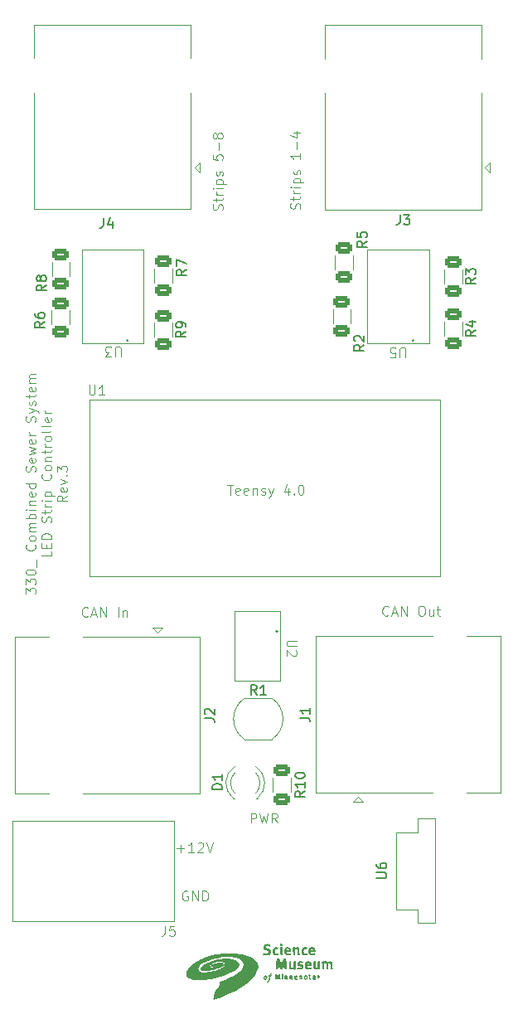
<source format=gto>
G04 #@! TF.GenerationSoftware,KiCad,Pcbnew,8.0.0*
G04 #@! TF.CreationDate,2025-01-14T11:15:22-06:00*
G04 #@! TF.ProjectId,LightControlBoard,4c696768-7443-46f6-9e74-726f6c426f61,rev?*
G04 #@! TF.SameCoordinates,Original*
G04 #@! TF.FileFunction,Legend,Top*
G04 #@! TF.FilePolarity,Positive*
%FSLAX46Y46*%
G04 Gerber Fmt 4.6, Leading zero omitted, Abs format (unit mm)*
G04 Created by KiCad (PCBNEW 8.0.0) date 2025-01-14 11:15:22*
%MOMM*%
%LPD*%
G01*
G04 APERTURE LIST*
G04 Aperture macros list*
%AMRoundRect*
0 Rectangle with rounded corners*
0 $1 Rounding radius*
0 $2 $3 $4 $5 $6 $7 $8 $9 X,Y pos of 4 corners*
0 Add a 4 corners polygon primitive as box body*
4,1,4,$2,$3,$4,$5,$6,$7,$8,$9,$2,$3,0*
0 Add four circle primitives for the rounded corners*
1,1,$1+$1,$2,$3*
1,1,$1+$1,$4,$5*
1,1,$1+$1,$6,$7*
1,1,$1+$1,$8,$9*
0 Add four rect primitives between the rounded corners*
20,1,$1+$1,$2,$3,$4,$5,0*
20,1,$1+$1,$4,$5,$6,$7,0*
20,1,$1+$1,$6,$7,$8,$9,0*
20,1,$1+$1,$8,$9,$2,$3,0*%
G04 Aperture macros list end*
%ADD10C,0.200000*%
%ADD11C,0.125000*%
%ADD12C,0.100000*%
%ADD13C,0.150000*%
%ADD14C,0.120000*%
%ADD15C,0.000000*%
%ADD16C,3.250000*%
%ADD17R,1.500000X1.500000*%
%ADD18C,1.500000*%
%ADD19C,3.000000*%
%ADD20C,3.200000*%
%ADD21C,1.600000*%
%ADD22RoundRect,0.250000X-0.625000X0.312500X-0.625000X-0.312500X0.625000X-0.312500X0.625000X0.312500X0*%
%ADD23RoundRect,0.250000X0.625000X-0.312500X0.625000X0.312500X-0.625000X0.312500X-0.625000X-0.312500X0*%
%ADD24R,1.800000X1.800000*%
%ADD25C,1.800000*%
%ADD26C,1.265000*%
%ADD27R,0.609600X1.549400*%
%ADD28R,1.104900X0.508000*%
%ADD29R,3.000000X1.500000*%
%ADD30O,3.000000X1.500000*%
G04 APERTURE END LIST*
D10*
X138149673Y-95261980D02*
X138197292Y-95309600D01*
X138197292Y-95309600D02*
X138149673Y-95357219D01*
X138149673Y-95357219D02*
X138102054Y-95309600D01*
X138102054Y-95309600D02*
X138149673Y-95261980D01*
X138149673Y-95261980D02*
X138149673Y-95357219D01*
D11*
X133082474Y-80361119D02*
X133653902Y-80361119D01*
X133368188Y-81361119D02*
X133368188Y-80361119D01*
X134368188Y-81313500D02*
X134272950Y-81361119D01*
X134272950Y-81361119D02*
X134082474Y-81361119D01*
X134082474Y-81361119D02*
X133987236Y-81313500D01*
X133987236Y-81313500D02*
X133939617Y-81218261D01*
X133939617Y-81218261D02*
X133939617Y-80837309D01*
X133939617Y-80837309D02*
X133987236Y-80742071D01*
X133987236Y-80742071D02*
X134082474Y-80694452D01*
X134082474Y-80694452D02*
X134272950Y-80694452D01*
X134272950Y-80694452D02*
X134368188Y-80742071D01*
X134368188Y-80742071D02*
X134415807Y-80837309D01*
X134415807Y-80837309D02*
X134415807Y-80932547D01*
X134415807Y-80932547D02*
X133939617Y-81027785D01*
X135225331Y-81313500D02*
X135130093Y-81361119D01*
X135130093Y-81361119D02*
X134939617Y-81361119D01*
X134939617Y-81361119D02*
X134844379Y-81313500D01*
X134844379Y-81313500D02*
X134796760Y-81218261D01*
X134796760Y-81218261D02*
X134796760Y-80837309D01*
X134796760Y-80837309D02*
X134844379Y-80742071D01*
X134844379Y-80742071D02*
X134939617Y-80694452D01*
X134939617Y-80694452D02*
X135130093Y-80694452D01*
X135130093Y-80694452D02*
X135225331Y-80742071D01*
X135225331Y-80742071D02*
X135272950Y-80837309D01*
X135272950Y-80837309D02*
X135272950Y-80932547D01*
X135272950Y-80932547D02*
X134796760Y-81027785D01*
X135701522Y-80694452D02*
X135701522Y-81361119D01*
X135701522Y-80789690D02*
X135749141Y-80742071D01*
X135749141Y-80742071D02*
X135844379Y-80694452D01*
X135844379Y-80694452D02*
X135987236Y-80694452D01*
X135987236Y-80694452D02*
X136082474Y-80742071D01*
X136082474Y-80742071D02*
X136130093Y-80837309D01*
X136130093Y-80837309D02*
X136130093Y-81361119D01*
X136558665Y-81313500D02*
X136653903Y-81361119D01*
X136653903Y-81361119D02*
X136844379Y-81361119D01*
X136844379Y-81361119D02*
X136939617Y-81313500D01*
X136939617Y-81313500D02*
X136987236Y-81218261D01*
X136987236Y-81218261D02*
X136987236Y-81170642D01*
X136987236Y-81170642D02*
X136939617Y-81075404D01*
X136939617Y-81075404D02*
X136844379Y-81027785D01*
X136844379Y-81027785D02*
X136701522Y-81027785D01*
X136701522Y-81027785D02*
X136606284Y-80980166D01*
X136606284Y-80980166D02*
X136558665Y-80884928D01*
X136558665Y-80884928D02*
X136558665Y-80837309D01*
X136558665Y-80837309D02*
X136606284Y-80742071D01*
X136606284Y-80742071D02*
X136701522Y-80694452D01*
X136701522Y-80694452D02*
X136844379Y-80694452D01*
X136844379Y-80694452D02*
X136939617Y-80742071D01*
X137320570Y-80694452D02*
X137558665Y-81361119D01*
X137796760Y-80694452D02*
X137558665Y-81361119D01*
X137558665Y-81361119D02*
X137463427Y-81599214D01*
X137463427Y-81599214D02*
X137415808Y-81646833D01*
X137415808Y-81646833D02*
X137320570Y-81694452D01*
X139368189Y-80694452D02*
X139368189Y-81361119D01*
X139130094Y-80313500D02*
X138891999Y-81027785D01*
X138891999Y-81027785D02*
X139511046Y-81027785D01*
X139891999Y-81265880D02*
X139939618Y-81313500D01*
X139939618Y-81313500D02*
X139891999Y-81361119D01*
X139891999Y-81361119D02*
X139844380Y-81313500D01*
X139844380Y-81313500D02*
X139891999Y-81265880D01*
X139891999Y-81265880D02*
X139891999Y-81361119D01*
X140558665Y-80361119D02*
X140653903Y-80361119D01*
X140653903Y-80361119D02*
X140749141Y-80408738D01*
X140749141Y-80408738D02*
X140796760Y-80456357D01*
X140796760Y-80456357D02*
X140844379Y-80551595D01*
X140844379Y-80551595D02*
X140891998Y-80742071D01*
X140891998Y-80742071D02*
X140891998Y-80980166D01*
X140891998Y-80980166D02*
X140844379Y-81170642D01*
X140844379Y-81170642D02*
X140796760Y-81265880D01*
X140796760Y-81265880D02*
X140749141Y-81313500D01*
X140749141Y-81313500D02*
X140653903Y-81361119D01*
X140653903Y-81361119D02*
X140558665Y-81361119D01*
X140558665Y-81361119D02*
X140463427Y-81313500D01*
X140463427Y-81313500D02*
X140415808Y-81265880D01*
X140415808Y-81265880D02*
X140368189Y-81170642D01*
X140368189Y-81170642D02*
X140320570Y-80980166D01*
X140320570Y-80980166D02*
X140320570Y-80742071D01*
X140320570Y-80742071D02*
X140368189Y-80551595D01*
X140368189Y-80551595D02*
X140415808Y-80456357D01*
X140415808Y-80456357D02*
X140463427Y-80408738D01*
X140463427Y-80408738D02*
X140558665Y-80361119D01*
D12*
X112507531Y-91501905D02*
X112507531Y-90882858D01*
X112507531Y-90882858D02*
X112888483Y-91216191D01*
X112888483Y-91216191D02*
X112888483Y-91073334D01*
X112888483Y-91073334D02*
X112936102Y-90978096D01*
X112936102Y-90978096D02*
X112983721Y-90930477D01*
X112983721Y-90930477D02*
X113078959Y-90882858D01*
X113078959Y-90882858D02*
X113317054Y-90882858D01*
X113317054Y-90882858D02*
X113412292Y-90930477D01*
X113412292Y-90930477D02*
X113459912Y-90978096D01*
X113459912Y-90978096D02*
X113507531Y-91073334D01*
X113507531Y-91073334D02*
X113507531Y-91359048D01*
X113507531Y-91359048D02*
X113459912Y-91454286D01*
X113459912Y-91454286D02*
X113412292Y-91501905D01*
X112507531Y-90549524D02*
X112507531Y-89930477D01*
X112507531Y-89930477D02*
X112888483Y-90263810D01*
X112888483Y-90263810D02*
X112888483Y-90120953D01*
X112888483Y-90120953D02*
X112936102Y-90025715D01*
X112936102Y-90025715D02*
X112983721Y-89978096D01*
X112983721Y-89978096D02*
X113078959Y-89930477D01*
X113078959Y-89930477D02*
X113317054Y-89930477D01*
X113317054Y-89930477D02*
X113412292Y-89978096D01*
X113412292Y-89978096D02*
X113459912Y-90025715D01*
X113459912Y-90025715D02*
X113507531Y-90120953D01*
X113507531Y-90120953D02*
X113507531Y-90406667D01*
X113507531Y-90406667D02*
X113459912Y-90501905D01*
X113459912Y-90501905D02*
X113412292Y-90549524D01*
X112507531Y-89311429D02*
X112507531Y-89216191D01*
X112507531Y-89216191D02*
X112555150Y-89120953D01*
X112555150Y-89120953D02*
X112602769Y-89073334D01*
X112602769Y-89073334D02*
X112698007Y-89025715D01*
X112698007Y-89025715D02*
X112888483Y-88978096D01*
X112888483Y-88978096D02*
X113126578Y-88978096D01*
X113126578Y-88978096D02*
X113317054Y-89025715D01*
X113317054Y-89025715D02*
X113412292Y-89073334D01*
X113412292Y-89073334D02*
X113459912Y-89120953D01*
X113459912Y-89120953D02*
X113507531Y-89216191D01*
X113507531Y-89216191D02*
X113507531Y-89311429D01*
X113507531Y-89311429D02*
X113459912Y-89406667D01*
X113459912Y-89406667D02*
X113412292Y-89454286D01*
X113412292Y-89454286D02*
X113317054Y-89501905D01*
X113317054Y-89501905D02*
X113126578Y-89549524D01*
X113126578Y-89549524D02*
X112888483Y-89549524D01*
X112888483Y-89549524D02*
X112698007Y-89501905D01*
X112698007Y-89501905D02*
X112602769Y-89454286D01*
X112602769Y-89454286D02*
X112555150Y-89406667D01*
X112555150Y-89406667D02*
X112507531Y-89311429D01*
X113602769Y-88787620D02*
X113602769Y-88025715D01*
X113412292Y-86454286D02*
X113459912Y-86501905D01*
X113459912Y-86501905D02*
X113507531Y-86644762D01*
X113507531Y-86644762D02*
X113507531Y-86740000D01*
X113507531Y-86740000D02*
X113459912Y-86882857D01*
X113459912Y-86882857D02*
X113364673Y-86978095D01*
X113364673Y-86978095D02*
X113269435Y-87025714D01*
X113269435Y-87025714D02*
X113078959Y-87073333D01*
X113078959Y-87073333D02*
X112936102Y-87073333D01*
X112936102Y-87073333D02*
X112745626Y-87025714D01*
X112745626Y-87025714D02*
X112650388Y-86978095D01*
X112650388Y-86978095D02*
X112555150Y-86882857D01*
X112555150Y-86882857D02*
X112507531Y-86740000D01*
X112507531Y-86740000D02*
X112507531Y-86644762D01*
X112507531Y-86644762D02*
X112555150Y-86501905D01*
X112555150Y-86501905D02*
X112602769Y-86454286D01*
X113507531Y-85882857D02*
X113459912Y-85978095D01*
X113459912Y-85978095D02*
X113412292Y-86025714D01*
X113412292Y-86025714D02*
X113317054Y-86073333D01*
X113317054Y-86073333D02*
X113031340Y-86073333D01*
X113031340Y-86073333D02*
X112936102Y-86025714D01*
X112936102Y-86025714D02*
X112888483Y-85978095D01*
X112888483Y-85978095D02*
X112840864Y-85882857D01*
X112840864Y-85882857D02*
X112840864Y-85740000D01*
X112840864Y-85740000D02*
X112888483Y-85644762D01*
X112888483Y-85644762D02*
X112936102Y-85597143D01*
X112936102Y-85597143D02*
X113031340Y-85549524D01*
X113031340Y-85549524D02*
X113317054Y-85549524D01*
X113317054Y-85549524D02*
X113412292Y-85597143D01*
X113412292Y-85597143D02*
X113459912Y-85644762D01*
X113459912Y-85644762D02*
X113507531Y-85740000D01*
X113507531Y-85740000D02*
X113507531Y-85882857D01*
X113507531Y-85120952D02*
X112840864Y-85120952D01*
X112936102Y-85120952D02*
X112888483Y-85073333D01*
X112888483Y-85073333D02*
X112840864Y-84978095D01*
X112840864Y-84978095D02*
X112840864Y-84835238D01*
X112840864Y-84835238D02*
X112888483Y-84740000D01*
X112888483Y-84740000D02*
X112983721Y-84692381D01*
X112983721Y-84692381D02*
X113507531Y-84692381D01*
X112983721Y-84692381D02*
X112888483Y-84644762D01*
X112888483Y-84644762D02*
X112840864Y-84549524D01*
X112840864Y-84549524D02*
X112840864Y-84406667D01*
X112840864Y-84406667D02*
X112888483Y-84311428D01*
X112888483Y-84311428D02*
X112983721Y-84263809D01*
X112983721Y-84263809D02*
X113507531Y-84263809D01*
X113507531Y-83787619D02*
X112507531Y-83787619D01*
X112888483Y-83787619D02*
X112840864Y-83692381D01*
X112840864Y-83692381D02*
X112840864Y-83501905D01*
X112840864Y-83501905D02*
X112888483Y-83406667D01*
X112888483Y-83406667D02*
X112936102Y-83359048D01*
X112936102Y-83359048D02*
X113031340Y-83311429D01*
X113031340Y-83311429D02*
X113317054Y-83311429D01*
X113317054Y-83311429D02*
X113412292Y-83359048D01*
X113412292Y-83359048D02*
X113459912Y-83406667D01*
X113459912Y-83406667D02*
X113507531Y-83501905D01*
X113507531Y-83501905D02*
X113507531Y-83692381D01*
X113507531Y-83692381D02*
X113459912Y-83787619D01*
X113507531Y-82882857D02*
X112840864Y-82882857D01*
X112507531Y-82882857D02*
X112555150Y-82930476D01*
X112555150Y-82930476D02*
X112602769Y-82882857D01*
X112602769Y-82882857D02*
X112555150Y-82835238D01*
X112555150Y-82835238D02*
X112507531Y-82882857D01*
X112507531Y-82882857D02*
X112602769Y-82882857D01*
X112840864Y-82406667D02*
X113507531Y-82406667D01*
X112936102Y-82406667D02*
X112888483Y-82359048D01*
X112888483Y-82359048D02*
X112840864Y-82263810D01*
X112840864Y-82263810D02*
X112840864Y-82120953D01*
X112840864Y-82120953D02*
X112888483Y-82025715D01*
X112888483Y-82025715D02*
X112983721Y-81978096D01*
X112983721Y-81978096D02*
X113507531Y-81978096D01*
X113459912Y-81120953D02*
X113507531Y-81216191D01*
X113507531Y-81216191D02*
X113507531Y-81406667D01*
X113507531Y-81406667D02*
X113459912Y-81501905D01*
X113459912Y-81501905D02*
X113364673Y-81549524D01*
X113364673Y-81549524D02*
X112983721Y-81549524D01*
X112983721Y-81549524D02*
X112888483Y-81501905D01*
X112888483Y-81501905D02*
X112840864Y-81406667D01*
X112840864Y-81406667D02*
X112840864Y-81216191D01*
X112840864Y-81216191D02*
X112888483Y-81120953D01*
X112888483Y-81120953D02*
X112983721Y-81073334D01*
X112983721Y-81073334D02*
X113078959Y-81073334D01*
X113078959Y-81073334D02*
X113174197Y-81549524D01*
X113507531Y-80216191D02*
X112507531Y-80216191D01*
X113459912Y-80216191D02*
X113507531Y-80311429D01*
X113507531Y-80311429D02*
X113507531Y-80501905D01*
X113507531Y-80501905D02*
X113459912Y-80597143D01*
X113459912Y-80597143D02*
X113412292Y-80644762D01*
X113412292Y-80644762D02*
X113317054Y-80692381D01*
X113317054Y-80692381D02*
X113031340Y-80692381D01*
X113031340Y-80692381D02*
X112936102Y-80644762D01*
X112936102Y-80644762D02*
X112888483Y-80597143D01*
X112888483Y-80597143D02*
X112840864Y-80501905D01*
X112840864Y-80501905D02*
X112840864Y-80311429D01*
X112840864Y-80311429D02*
X112888483Y-80216191D01*
X113459912Y-79025714D02*
X113507531Y-78882857D01*
X113507531Y-78882857D02*
X113507531Y-78644762D01*
X113507531Y-78644762D02*
X113459912Y-78549524D01*
X113459912Y-78549524D02*
X113412292Y-78501905D01*
X113412292Y-78501905D02*
X113317054Y-78454286D01*
X113317054Y-78454286D02*
X113221816Y-78454286D01*
X113221816Y-78454286D02*
X113126578Y-78501905D01*
X113126578Y-78501905D02*
X113078959Y-78549524D01*
X113078959Y-78549524D02*
X113031340Y-78644762D01*
X113031340Y-78644762D02*
X112983721Y-78835238D01*
X112983721Y-78835238D02*
X112936102Y-78930476D01*
X112936102Y-78930476D02*
X112888483Y-78978095D01*
X112888483Y-78978095D02*
X112793245Y-79025714D01*
X112793245Y-79025714D02*
X112698007Y-79025714D01*
X112698007Y-79025714D02*
X112602769Y-78978095D01*
X112602769Y-78978095D02*
X112555150Y-78930476D01*
X112555150Y-78930476D02*
X112507531Y-78835238D01*
X112507531Y-78835238D02*
X112507531Y-78597143D01*
X112507531Y-78597143D02*
X112555150Y-78454286D01*
X113459912Y-77644762D02*
X113507531Y-77740000D01*
X113507531Y-77740000D02*
X113507531Y-77930476D01*
X113507531Y-77930476D02*
X113459912Y-78025714D01*
X113459912Y-78025714D02*
X113364673Y-78073333D01*
X113364673Y-78073333D02*
X112983721Y-78073333D01*
X112983721Y-78073333D02*
X112888483Y-78025714D01*
X112888483Y-78025714D02*
X112840864Y-77930476D01*
X112840864Y-77930476D02*
X112840864Y-77740000D01*
X112840864Y-77740000D02*
X112888483Y-77644762D01*
X112888483Y-77644762D02*
X112983721Y-77597143D01*
X112983721Y-77597143D02*
X113078959Y-77597143D01*
X113078959Y-77597143D02*
X113174197Y-78073333D01*
X112840864Y-77263809D02*
X113507531Y-77073333D01*
X113507531Y-77073333D02*
X113031340Y-76882857D01*
X113031340Y-76882857D02*
X113507531Y-76692381D01*
X113507531Y-76692381D02*
X112840864Y-76501905D01*
X113459912Y-75740000D02*
X113507531Y-75835238D01*
X113507531Y-75835238D02*
X113507531Y-76025714D01*
X113507531Y-76025714D02*
X113459912Y-76120952D01*
X113459912Y-76120952D02*
X113364673Y-76168571D01*
X113364673Y-76168571D02*
X112983721Y-76168571D01*
X112983721Y-76168571D02*
X112888483Y-76120952D01*
X112888483Y-76120952D02*
X112840864Y-76025714D01*
X112840864Y-76025714D02*
X112840864Y-75835238D01*
X112840864Y-75835238D02*
X112888483Y-75740000D01*
X112888483Y-75740000D02*
X112983721Y-75692381D01*
X112983721Y-75692381D02*
X113078959Y-75692381D01*
X113078959Y-75692381D02*
X113174197Y-76168571D01*
X113507531Y-75263809D02*
X112840864Y-75263809D01*
X113031340Y-75263809D02*
X112936102Y-75216190D01*
X112936102Y-75216190D02*
X112888483Y-75168571D01*
X112888483Y-75168571D02*
X112840864Y-75073333D01*
X112840864Y-75073333D02*
X112840864Y-74978095D01*
X113459912Y-73930475D02*
X113507531Y-73787618D01*
X113507531Y-73787618D02*
X113507531Y-73549523D01*
X113507531Y-73549523D02*
X113459912Y-73454285D01*
X113459912Y-73454285D02*
X113412292Y-73406666D01*
X113412292Y-73406666D02*
X113317054Y-73359047D01*
X113317054Y-73359047D02*
X113221816Y-73359047D01*
X113221816Y-73359047D02*
X113126578Y-73406666D01*
X113126578Y-73406666D02*
X113078959Y-73454285D01*
X113078959Y-73454285D02*
X113031340Y-73549523D01*
X113031340Y-73549523D02*
X112983721Y-73739999D01*
X112983721Y-73739999D02*
X112936102Y-73835237D01*
X112936102Y-73835237D02*
X112888483Y-73882856D01*
X112888483Y-73882856D02*
X112793245Y-73930475D01*
X112793245Y-73930475D02*
X112698007Y-73930475D01*
X112698007Y-73930475D02*
X112602769Y-73882856D01*
X112602769Y-73882856D02*
X112555150Y-73835237D01*
X112555150Y-73835237D02*
X112507531Y-73739999D01*
X112507531Y-73739999D02*
X112507531Y-73501904D01*
X112507531Y-73501904D02*
X112555150Y-73359047D01*
X112840864Y-73025713D02*
X113507531Y-72787618D01*
X112840864Y-72549523D02*
X113507531Y-72787618D01*
X113507531Y-72787618D02*
X113745626Y-72882856D01*
X113745626Y-72882856D02*
X113793245Y-72930475D01*
X113793245Y-72930475D02*
X113840864Y-73025713D01*
X113459912Y-72216189D02*
X113507531Y-72120951D01*
X113507531Y-72120951D02*
X113507531Y-71930475D01*
X113507531Y-71930475D02*
X113459912Y-71835237D01*
X113459912Y-71835237D02*
X113364673Y-71787618D01*
X113364673Y-71787618D02*
X113317054Y-71787618D01*
X113317054Y-71787618D02*
X113221816Y-71835237D01*
X113221816Y-71835237D02*
X113174197Y-71930475D01*
X113174197Y-71930475D02*
X113174197Y-72073332D01*
X113174197Y-72073332D02*
X113126578Y-72168570D01*
X113126578Y-72168570D02*
X113031340Y-72216189D01*
X113031340Y-72216189D02*
X112983721Y-72216189D01*
X112983721Y-72216189D02*
X112888483Y-72168570D01*
X112888483Y-72168570D02*
X112840864Y-72073332D01*
X112840864Y-72073332D02*
X112840864Y-71930475D01*
X112840864Y-71930475D02*
X112888483Y-71835237D01*
X112840864Y-71501903D02*
X112840864Y-71120951D01*
X112507531Y-71359046D02*
X113364673Y-71359046D01*
X113364673Y-71359046D02*
X113459912Y-71311427D01*
X113459912Y-71311427D02*
X113507531Y-71216189D01*
X113507531Y-71216189D02*
X113507531Y-71120951D01*
X113459912Y-70406665D02*
X113507531Y-70501903D01*
X113507531Y-70501903D02*
X113507531Y-70692379D01*
X113507531Y-70692379D02*
X113459912Y-70787617D01*
X113459912Y-70787617D02*
X113364673Y-70835236D01*
X113364673Y-70835236D02*
X112983721Y-70835236D01*
X112983721Y-70835236D02*
X112888483Y-70787617D01*
X112888483Y-70787617D02*
X112840864Y-70692379D01*
X112840864Y-70692379D02*
X112840864Y-70501903D01*
X112840864Y-70501903D02*
X112888483Y-70406665D01*
X112888483Y-70406665D02*
X112983721Y-70359046D01*
X112983721Y-70359046D02*
X113078959Y-70359046D01*
X113078959Y-70359046D02*
X113174197Y-70835236D01*
X113507531Y-69930474D02*
X112840864Y-69930474D01*
X112936102Y-69930474D02*
X112888483Y-69882855D01*
X112888483Y-69882855D02*
X112840864Y-69787617D01*
X112840864Y-69787617D02*
X112840864Y-69644760D01*
X112840864Y-69644760D02*
X112888483Y-69549522D01*
X112888483Y-69549522D02*
X112983721Y-69501903D01*
X112983721Y-69501903D02*
X113507531Y-69501903D01*
X112983721Y-69501903D02*
X112888483Y-69454284D01*
X112888483Y-69454284D02*
X112840864Y-69359046D01*
X112840864Y-69359046D02*
X112840864Y-69216189D01*
X112840864Y-69216189D02*
X112888483Y-69120950D01*
X112888483Y-69120950D02*
X112983721Y-69073331D01*
X112983721Y-69073331D02*
X113507531Y-69073331D01*
X115117475Y-87120954D02*
X115117475Y-87597144D01*
X115117475Y-87597144D02*
X114117475Y-87597144D01*
X114593665Y-86787620D02*
X114593665Y-86454287D01*
X115117475Y-86311430D02*
X115117475Y-86787620D01*
X115117475Y-86787620D02*
X114117475Y-86787620D01*
X114117475Y-86787620D02*
X114117475Y-86311430D01*
X115117475Y-85882858D02*
X114117475Y-85882858D01*
X114117475Y-85882858D02*
X114117475Y-85644763D01*
X114117475Y-85644763D02*
X114165094Y-85501906D01*
X114165094Y-85501906D02*
X114260332Y-85406668D01*
X114260332Y-85406668D02*
X114355570Y-85359049D01*
X114355570Y-85359049D02*
X114546046Y-85311430D01*
X114546046Y-85311430D02*
X114688903Y-85311430D01*
X114688903Y-85311430D02*
X114879379Y-85359049D01*
X114879379Y-85359049D02*
X114974617Y-85406668D01*
X114974617Y-85406668D02*
X115069856Y-85501906D01*
X115069856Y-85501906D02*
X115117475Y-85644763D01*
X115117475Y-85644763D02*
X115117475Y-85882858D01*
X115069856Y-84168572D02*
X115117475Y-84025715D01*
X115117475Y-84025715D02*
X115117475Y-83787620D01*
X115117475Y-83787620D02*
X115069856Y-83692382D01*
X115069856Y-83692382D02*
X115022236Y-83644763D01*
X115022236Y-83644763D02*
X114926998Y-83597144D01*
X114926998Y-83597144D02*
X114831760Y-83597144D01*
X114831760Y-83597144D02*
X114736522Y-83644763D01*
X114736522Y-83644763D02*
X114688903Y-83692382D01*
X114688903Y-83692382D02*
X114641284Y-83787620D01*
X114641284Y-83787620D02*
X114593665Y-83978096D01*
X114593665Y-83978096D02*
X114546046Y-84073334D01*
X114546046Y-84073334D02*
X114498427Y-84120953D01*
X114498427Y-84120953D02*
X114403189Y-84168572D01*
X114403189Y-84168572D02*
X114307951Y-84168572D01*
X114307951Y-84168572D02*
X114212713Y-84120953D01*
X114212713Y-84120953D02*
X114165094Y-84073334D01*
X114165094Y-84073334D02*
X114117475Y-83978096D01*
X114117475Y-83978096D02*
X114117475Y-83740001D01*
X114117475Y-83740001D02*
X114165094Y-83597144D01*
X114450808Y-83311429D02*
X114450808Y-82930477D01*
X114117475Y-83168572D02*
X114974617Y-83168572D01*
X114974617Y-83168572D02*
X115069856Y-83120953D01*
X115069856Y-83120953D02*
X115117475Y-83025715D01*
X115117475Y-83025715D02*
X115117475Y-82930477D01*
X115117475Y-82597143D02*
X114450808Y-82597143D01*
X114641284Y-82597143D02*
X114546046Y-82549524D01*
X114546046Y-82549524D02*
X114498427Y-82501905D01*
X114498427Y-82501905D02*
X114450808Y-82406667D01*
X114450808Y-82406667D02*
X114450808Y-82311429D01*
X115117475Y-81978095D02*
X114450808Y-81978095D01*
X114117475Y-81978095D02*
X114165094Y-82025714D01*
X114165094Y-82025714D02*
X114212713Y-81978095D01*
X114212713Y-81978095D02*
X114165094Y-81930476D01*
X114165094Y-81930476D02*
X114117475Y-81978095D01*
X114117475Y-81978095D02*
X114212713Y-81978095D01*
X114450808Y-81501905D02*
X115450808Y-81501905D01*
X114498427Y-81501905D02*
X114450808Y-81406667D01*
X114450808Y-81406667D02*
X114450808Y-81216191D01*
X114450808Y-81216191D02*
X114498427Y-81120953D01*
X114498427Y-81120953D02*
X114546046Y-81073334D01*
X114546046Y-81073334D02*
X114641284Y-81025715D01*
X114641284Y-81025715D02*
X114926998Y-81025715D01*
X114926998Y-81025715D02*
X115022236Y-81073334D01*
X115022236Y-81073334D02*
X115069856Y-81120953D01*
X115069856Y-81120953D02*
X115117475Y-81216191D01*
X115117475Y-81216191D02*
X115117475Y-81406667D01*
X115117475Y-81406667D02*
X115069856Y-81501905D01*
X115022236Y-79263810D02*
X115069856Y-79311429D01*
X115069856Y-79311429D02*
X115117475Y-79454286D01*
X115117475Y-79454286D02*
X115117475Y-79549524D01*
X115117475Y-79549524D02*
X115069856Y-79692381D01*
X115069856Y-79692381D02*
X114974617Y-79787619D01*
X114974617Y-79787619D02*
X114879379Y-79835238D01*
X114879379Y-79835238D02*
X114688903Y-79882857D01*
X114688903Y-79882857D02*
X114546046Y-79882857D01*
X114546046Y-79882857D02*
X114355570Y-79835238D01*
X114355570Y-79835238D02*
X114260332Y-79787619D01*
X114260332Y-79787619D02*
X114165094Y-79692381D01*
X114165094Y-79692381D02*
X114117475Y-79549524D01*
X114117475Y-79549524D02*
X114117475Y-79454286D01*
X114117475Y-79454286D02*
X114165094Y-79311429D01*
X114165094Y-79311429D02*
X114212713Y-79263810D01*
X115117475Y-78692381D02*
X115069856Y-78787619D01*
X115069856Y-78787619D02*
X115022236Y-78835238D01*
X115022236Y-78835238D02*
X114926998Y-78882857D01*
X114926998Y-78882857D02*
X114641284Y-78882857D01*
X114641284Y-78882857D02*
X114546046Y-78835238D01*
X114546046Y-78835238D02*
X114498427Y-78787619D01*
X114498427Y-78787619D02*
X114450808Y-78692381D01*
X114450808Y-78692381D02*
X114450808Y-78549524D01*
X114450808Y-78549524D02*
X114498427Y-78454286D01*
X114498427Y-78454286D02*
X114546046Y-78406667D01*
X114546046Y-78406667D02*
X114641284Y-78359048D01*
X114641284Y-78359048D02*
X114926998Y-78359048D01*
X114926998Y-78359048D02*
X115022236Y-78406667D01*
X115022236Y-78406667D02*
X115069856Y-78454286D01*
X115069856Y-78454286D02*
X115117475Y-78549524D01*
X115117475Y-78549524D02*
X115117475Y-78692381D01*
X114450808Y-77930476D02*
X115117475Y-77930476D01*
X114546046Y-77930476D02*
X114498427Y-77882857D01*
X114498427Y-77882857D02*
X114450808Y-77787619D01*
X114450808Y-77787619D02*
X114450808Y-77644762D01*
X114450808Y-77644762D02*
X114498427Y-77549524D01*
X114498427Y-77549524D02*
X114593665Y-77501905D01*
X114593665Y-77501905D02*
X115117475Y-77501905D01*
X114450808Y-77168571D02*
X114450808Y-76787619D01*
X114117475Y-77025714D02*
X114974617Y-77025714D01*
X114974617Y-77025714D02*
X115069856Y-76978095D01*
X115069856Y-76978095D02*
X115117475Y-76882857D01*
X115117475Y-76882857D02*
X115117475Y-76787619D01*
X115117475Y-76454285D02*
X114450808Y-76454285D01*
X114641284Y-76454285D02*
X114546046Y-76406666D01*
X114546046Y-76406666D02*
X114498427Y-76359047D01*
X114498427Y-76359047D02*
X114450808Y-76263809D01*
X114450808Y-76263809D02*
X114450808Y-76168571D01*
X115117475Y-75692380D02*
X115069856Y-75787618D01*
X115069856Y-75787618D02*
X115022236Y-75835237D01*
X115022236Y-75835237D02*
X114926998Y-75882856D01*
X114926998Y-75882856D02*
X114641284Y-75882856D01*
X114641284Y-75882856D02*
X114546046Y-75835237D01*
X114546046Y-75835237D02*
X114498427Y-75787618D01*
X114498427Y-75787618D02*
X114450808Y-75692380D01*
X114450808Y-75692380D02*
X114450808Y-75549523D01*
X114450808Y-75549523D02*
X114498427Y-75454285D01*
X114498427Y-75454285D02*
X114546046Y-75406666D01*
X114546046Y-75406666D02*
X114641284Y-75359047D01*
X114641284Y-75359047D02*
X114926998Y-75359047D01*
X114926998Y-75359047D02*
X115022236Y-75406666D01*
X115022236Y-75406666D02*
X115069856Y-75454285D01*
X115069856Y-75454285D02*
X115117475Y-75549523D01*
X115117475Y-75549523D02*
X115117475Y-75692380D01*
X115117475Y-74787618D02*
X115069856Y-74882856D01*
X115069856Y-74882856D02*
X114974617Y-74930475D01*
X114974617Y-74930475D02*
X114117475Y-74930475D01*
X115117475Y-74263808D02*
X115069856Y-74359046D01*
X115069856Y-74359046D02*
X114974617Y-74406665D01*
X114974617Y-74406665D02*
X114117475Y-74406665D01*
X115069856Y-73501903D02*
X115117475Y-73597141D01*
X115117475Y-73597141D02*
X115117475Y-73787617D01*
X115117475Y-73787617D02*
X115069856Y-73882855D01*
X115069856Y-73882855D02*
X114974617Y-73930474D01*
X114974617Y-73930474D02*
X114593665Y-73930474D01*
X114593665Y-73930474D02*
X114498427Y-73882855D01*
X114498427Y-73882855D02*
X114450808Y-73787617D01*
X114450808Y-73787617D02*
X114450808Y-73597141D01*
X114450808Y-73597141D02*
X114498427Y-73501903D01*
X114498427Y-73501903D02*
X114593665Y-73454284D01*
X114593665Y-73454284D02*
X114688903Y-73454284D01*
X114688903Y-73454284D02*
X114784141Y-73930474D01*
X115117475Y-73025712D02*
X114450808Y-73025712D01*
X114641284Y-73025712D02*
X114546046Y-72978093D01*
X114546046Y-72978093D02*
X114498427Y-72930474D01*
X114498427Y-72930474D02*
X114450808Y-72835236D01*
X114450808Y-72835236D02*
X114450808Y-72739998D01*
X116727419Y-81454285D02*
X116251228Y-81787618D01*
X116727419Y-82025713D02*
X115727419Y-82025713D01*
X115727419Y-82025713D02*
X115727419Y-81644761D01*
X115727419Y-81644761D02*
X115775038Y-81549523D01*
X115775038Y-81549523D02*
X115822657Y-81501904D01*
X115822657Y-81501904D02*
X115917895Y-81454285D01*
X115917895Y-81454285D02*
X116060752Y-81454285D01*
X116060752Y-81454285D02*
X116155990Y-81501904D01*
X116155990Y-81501904D02*
X116203609Y-81549523D01*
X116203609Y-81549523D02*
X116251228Y-81644761D01*
X116251228Y-81644761D02*
X116251228Y-82025713D01*
X116679800Y-80644761D02*
X116727419Y-80739999D01*
X116727419Y-80739999D02*
X116727419Y-80930475D01*
X116727419Y-80930475D02*
X116679800Y-81025713D01*
X116679800Y-81025713D02*
X116584561Y-81073332D01*
X116584561Y-81073332D02*
X116203609Y-81073332D01*
X116203609Y-81073332D02*
X116108371Y-81025713D01*
X116108371Y-81025713D02*
X116060752Y-80930475D01*
X116060752Y-80930475D02*
X116060752Y-80739999D01*
X116060752Y-80739999D02*
X116108371Y-80644761D01*
X116108371Y-80644761D02*
X116203609Y-80597142D01*
X116203609Y-80597142D02*
X116298847Y-80597142D01*
X116298847Y-80597142D02*
X116394085Y-81073332D01*
X116060752Y-80263808D02*
X116727419Y-80025713D01*
X116727419Y-80025713D02*
X116060752Y-79787618D01*
X116632180Y-79406665D02*
X116679800Y-79359046D01*
X116679800Y-79359046D02*
X116727419Y-79406665D01*
X116727419Y-79406665D02*
X116679800Y-79454284D01*
X116679800Y-79454284D02*
X116632180Y-79406665D01*
X116632180Y-79406665D02*
X116727419Y-79406665D01*
X115727419Y-79025713D02*
X115727419Y-78406666D01*
X115727419Y-78406666D02*
X116108371Y-78739999D01*
X116108371Y-78739999D02*
X116108371Y-78597142D01*
X116108371Y-78597142D02*
X116155990Y-78501904D01*
X116155990Y-78501904D02*
X116203609Y-78454285D01*
X116203609Y-78454285D02*
X116298847Y-78406666D01*
X116298847Y-78406666D02*
X116536942Y-78406666D01*
X116536942Y-78406666D02*
X116632180Y-78454285D01*
X116632180Y-78454285D02*
X116679800Y-78501904D01*
X116679800Y-78501904D02*
X116727419Y-78597142D01*
X116727419Y-78597142D02*
X116727419Y-78882856D01*
X116727419Y-78882856D02*
X116679800Y-78978094D01*
X116679800Y-78978094D02*
X116632180Y-79025713D01*
X127933884Y-117496466D02*
X128695789Y-117496466D01*
X128314836Y-117877419D02*
X128314836Y-117115514D01*
X129695788Y-117877419D02*
X129124360Y-117877419D01*
X129410074Y-117877419D02*
X129410074Y-116877419D01*
X129410074Y-116877419D02*
X129314836Y-117020276D01*
X129314836Y-117020276D02*
X129219598Y-117115514D01*
X129219598Y-117115514D02*
X129124360Y-117163133D01*
X130076741Y-116972657D02*
X130124360Y-116925038D01*
X130124360Y-116925038D02*
X130219598Y-116877419D01*
X130219598Y-116877419D02*
X130457693Y-116877419D01*
X130457693Y-116877419D02*
X130552931Y-116925038D01*
X130552931Y-116925038D02*
X130600550Y-116972657D01*
X130600550Y-116972657D02*
X130648169Y-117067895D01*
X130648169Y-117067895D02*
X130648169Y-117163133D01*
X130648169Y-117163133D02*
X130600550Y-117305990D01*
X130600550Y-117305990D02*
X130029122Y-117877419D01*
X130029122Y-117877419D02*
X130648169Y-117877419D01*
X130933884Y-116877419D02*
X131267217Y-117877419D01*
X131267217Y-117877419D02*
X131600550Y-116877419D01*
X135483884Y-114877419D02*
X135483884Y-113877419D01*
X135483884Y-113877419D02*
X135864836Y-113877419D01*
X135864836Y-113877419D02*
X135960074Y-113925038D01*
X135960074Y-113925038D02*
X136007693Y-113972657D01*
X136007693Y-113972657D02*
X136055312Y-114067895D01*
X136055312Y-114067895D02*
X136055312Y-114210752D01*
X136055312Y-114210752D02*
X136007693Y-114305990D01*
X136007693Y-114305990D02*
X135960074Y-114353609D01*
X135960074Y-114353609D02*
X135864836Y-114401228D01*
X135864836Y-114401228D02*
X135483884Y-114401228D01*
X136388646Y-113877419D02*
X136626741Y-114877419D01*
X136626741Y-114877419D02*
X136817217Y-114163133D01*
X136817217Y-114163133D02*
X137007693Y-114877419D01*
X137007693Y-114877419D02*
X137245789Y-113877419D01*
X138198169Y-114877419D02*
X137864836Y-114401228D01*
X137626741Y-114877419D02*
X137626741Y-113877419D01*
X137626741Y-113877419D02*
X138007693Y-113877419D01*
X138007693Y-113877419D02*
X138102931Y-113925038D01*
X138102931Y-113925038D02*
X138150550Y-113972657D01*
X138150550Y-113972657D02*
X138198169Y-114067895D01*
X138198169Y-114067895D02*
X138198169Y-114210752D01*
X138198169Y-114210752D02*
X138150550Y-114305990D01*
X138150550Y-114305990D02*
X138102931Y-114353609D01*
X138102931Y-114353609D02*
X138007693Y-114401228D01*
X138007693Y-114401228D02*
X137626741Y-114401228D01*
D10*
X152049673Y-65561980D02*
X152097292Y-65609600D01*
X152097292Y-65609600D02*
X152049673Y-65657219D01*
X152049673Y-65657219D02*
X152002054Y-65609600D01*
X152002054Y-65609600D02*
X152049673Y-65561980D01*
X152049673Y-65561980D02*
X152049673Y-65657219D01*
D12*
X132574800Y-52293734D02*
X132622419Y-52150877D01*
X132622419Y-52150877D02*
X132622419Y-51912782D01*
X132622419Y-51912782D02*
X132574800Y-51817544D01*
X132574800Y-51817544D02*
X132527180Y-51769925D01*
X132527180Y-51769925D02*
X132431942Y-51722306D01*
X132431942Y-51722306D02*
X132336704Y-51722306D01*
X132336704Y-51722306D02*
X132241466Y-51769925D01*
X132241466Y-51769925D02*
X132193847Y-51817544D01*
X132193847Y-51817544D02*
X132146228Y-51912782D01*
X132146228Y-51912782D02*
X132098609Y-52103258D01*
X132098609Y-52103258D02*
X132050990Y-52198496D01*
X132050990Y-52198496D02*
X132003371Y-52246115D01*
X132003371Y-52246115D02*
X131908133Y-52293734D01*
X131908133Y-52293734D02*
X131812895Y-52293734D01*
X131812895Y-52293734D02*
X131717657Y-52246115D01*
X131717657Y-52246115D02*
X131670038Y-52198496D01*
X131670038Y-52198496D02*
X131622419Y-52103258D01*
X131622419Y-52103258D02*
X131622419Y-51865163D01*
X131622419Y-51865163D02*
X131670038Y-51722306D01*
X131955752Y-51436591D02*
X131955752Y-51055639D01*
X131622419Y-51293734D02*
X132479561Y-51293734D01*
X132479561Y-51293734D02*
X132574800Y-51246115D01*
X132574800Y-51246115D02*
X132622419Y-51150877D01*
X132622419Y-51150877D02*
X132622419Y-51055639D01*
X132622419Y-50722305D02*
X131955752Y-50722305D01*
X132146228Y-50722305D02*
X132050990Y-50674686D01*
X132050990Y-50674686D02*
X132003371Y-50627067D01*
X132003371Y-50627067D02*
X131955752Y-50531829D01*
X131955752Y-50531829D02*
X131955752Y-50436591D01*
X132622419Y-50103257D02*
X131955752Y-50103257D01*
X131622419Y-50103257D02*
X131670038Y-50150876D01*
X131670038Y-50150876D02*
X131717657Y-50103257D01*
X131717657Y-50103257D02*
X131670038Y-50055638D01*
X131670038Y-50055638D02*
X131622419Y-50103257D01*
X131622419Y-50103257D02*
X131717657Y-50103257D01*
X131955752Y-49627067D02*
X132955752Y-49627067D01*
X132003371Y-49627067D02*
X131955752Y-49531829D01*
X131955752Y-49531829D02*
X131955752Y-49341353D01*
X131955752Y-49341353D02*
X132003371Y-49246115D01*
X132003371Y-49246115D02*
X132050990Y-49198496D01*
X132050990Y-49198496D02*
X132146228Y-49150877D01*
X132146228Y-49150877D02*
X132431942Y-49150877D01*
X132431942Y-49150877D02*
X132527180Y-49198496D01*
X132527180Y-49198496D02*
X132574800Y-49246115D01*
X132574800Y-49246115D02*
X132622419Y-49341353D01*
X132622419Y-49341353D02*
X132622419Y-49531829D01*
X132622419Y-49531829D02*
X132574800Y-49627067D01*
X132574800Y-48769924D02*
X132622419Y-48674686D01*
X132622419Y-48674686D02*
X132622419Y-48484210D01*
X132622419Y-48484210D02*
X132574800Y-48388972D01*
X132574800Y-48388972D02*
X132479561Y-48341353D01*
X132479561Y-48341353D02*
X132431942Y-48341353D01*
X132431942Y-48341353D02*
X132336704Y-48388972D01*
X132336704Y-48388972D02*
X132289085Y-48484210D01*
X132289085Y-48484210D02*
X132289085Y-48627067D01*
X132289085Y-48627067D02*
X132241466Y-48722305D01*
X132241466Y-48722305D02*
X132146228Y-48769924D01*
X132146228Y-48769924D02*
X132098609Y-48769924D01*
X132098609Y-48769924D02*
X132003371Y-48722305D01*
X132003371Y-48722305D02*
X131955752Y-48627067D01*
X131955752Y-48627067D02*
X131955752Y-48484210D01*
X131955752Y-48484210D02*
X132003371Y-48388972D01*
X131622419Y-46674686D02*
X131622419Y-47150876D01*
X131622419Y-47150876D02*
X132098609Y-47198495D01*
X132098609Y-47198495D02*
X132050990Y-47150876D01*
X132050990Y-47150876D02*
X132003371Y-47055638D01*
X132003371Y-47055638D02*
X132003371Y-46817543D01*
X132003371Y-46817543D02*
X132050990Y-46722305D01*
X132050990Y-46722305D02*
X132098609Y-46674686D01*
X132098609Y-46674686D02*
X132193847Y-46627067D01*
X132193847Y-46627067D02*
X132431942Y-46627067D01*
X132431942Y-46627067D02*
X132527180Y-46674686D01*
X132527180Y-46674686D02*
X132574800Y-46722305D01*
X132574800Y-46722305D02*
X132622419Y-46817543D01*
X132622419Y-46817543D02*
X132622419Y-47055638D01*
X132622419Y-47055638D02*
X132574800Y-47150876D01*
X132574800Y-47150876D02*
X132527180Y-47198495D01*
X132241466Y-46198495D02*
X132241466Y-45436591D01*
X132050990Y-44817543D02*
X132003371Y-44912781D01*
X132003371Y-44912781D02*
X131955752Y-44960400D01*
X131955752Y-44960400D02*
X131860514Y-45008019D01*
X131860514Y-45008019D02*
X131812895Y-45008019D01*
X131812895Y-45008019D02*
X131717657Y-44960400D01*
X131717657Y-44960400D02*
X131670038Y-44912781D01*
X131670038Y-44912781D02*
X131622419Y-44817543D01*
X131622419Y-44817543D02*
X131622419Y-44627067D01*
X131622419Y-44627067D02*
X131670038Y-44531829D01*
X131670038Y-44531829D02*
X131717657Y-44484210D01*
X131717657Y-44484210D02*
X131812895Y-44436591D01*
X131812895Y-44436591D02*
X131860514Y-44436591D01*
X131860514Y-44436591D02*
X131955752Y-44484210D01*
X131955752Y-44484210D02*
X132003371Y-44531829D01*
X132003371Y-44531829D02*
X132050990Y-44627067D01*
X132050990Y-44627067D02*
X132050990Y-44817543D01*
X132050990Y-44817543D02*
X132098609Y-44912781D01*
X132098609Y-44912781D02*
X132146228Y-44960400D01*
X132146228Y-44960400D02*
X132241466Y-45008019D01*
X132241466Y-45008019D02*
X132431942Y-45008019D01*
X132431942Y-45008019D02*
X132527180Y-44960400D01*
X132527180Y-44960400D02*
X132574800Y-44912781D01*
X132574800Y-44912781D02*
X132622419Y-44817543D01*
X132622419Y-44817543D02*
X132622419Y-44627067D01*
X132622419Y-44627067D02*
X132574800Y-44531829D01*
X132574800Y-44531829D02*
X132527180Y-44484210D01*
X132527180Y-44484210D02*
X132431942Y-44436591D01*
X132431942Y-44436591D02*
X132241466Y-44436591D01*
X132241466Y-44436591D02*
X132146228Y-44484210D01*
X132146228Y-44484210D02*
X132098609Y-44531829D01*
X132098609Y-44531829D02*
X132050990Y-44627067D01*
X149555312Y-93632180D02*
X149507693Y-93679800D01*
X149507693Y-93679800D02*
X149364836Y-93727419D01*
X149364836Y-93727419D02*
X149269598Y-93727419D01*
X149269598Y-93727419D02*
X149126741Y-93679800D01*
X149126741Y-93679800D02*
X149031503Y-93584561D01*
X149031503Y-93584561D02*
X148983884Y-93489323D01*
X148983884Y-93489323D02*
X148936265Y-93298847D01*
X148936265Y-93298847D02*
X148936265Y-93155990D01*
X148936265Y-93155990D02*
X148983884Y-92965514D01*
X148983884Y-92965514D02*
X149031503Y-92870276D01*
X149031503Y-92870276D02*
X149126741Y-92775038D01*
X149126741Y-92775038D02*
X149269598Y-92727419D01*
X149269598Y-92727419D02*
X149364836Y-92727419D01*
X149364836Y-92727419D02*
X149507693Y-92775038D01*
X149507693Y-92775038D02*
X149555312Y-92822657D01*
X149936265Y-93441704D02*
X150412455Y-93441704D01*
X149841027Y-93727419D02*
X150174360Y-92727419D01*
X150174360Y-92727419D02*
X150507693Y-93727419D01*
X150841027Y-93727419D02*
X150841027Y-92727419D01*
X150841027Y-92727419D02*
X151412455Y-93727419D01*
X151412455Y-93727419D02*
X151412455Y-92727419D01*
X152841027Y-92727419D02*
X153031503Y-92727419D01*
X153031503Y-92727419D02*
X153126741Y-92775038D01*
X153126741Y-92775038D02*
X153221979Y-92870276D01*
X153221979Y-92870276D02*
X153269598Y-93060752D01*
X153269598Y-93060752D02*
X153269598Y-93394085D01*
X153269598Y-93394085D02*
X153221979Y-93584561D01*
X153221979Y-93584561D02*
X153126741Y-93679800D01*
X153126741Y-93679800D02*
X153031503Y-93727419D01*
X153031503Y-93727419D02*
X152841027Y-93727419D01*
X152841027Y-93727419D02*
X152745789Y-93679800D01*
X152745789Y-93679800D02*
X152650551Y-93584561D01*
X152650551Y-93584561D02*
X152602932Y-93394085D01*
X152602932Y-93394085D02*
X152602932Y-93060752D01*
X152602932Y-93060752D02*
X152650551Y-92870276D01*
X152650551Y-92870276D02*
X152745789Y-92775038D01*
X152745789Y-92775038D02*
X152841027Y-92727419D01*
X154126741Y-93060752D02*
X154126741Y-93727419D01*
X153698170Y-93060752D02*
X153698170Y-93584561D01*
X153698170Y-93584561D02*
X153745789Y-93679800D01*
X153745789Y-93679800D02*
X153841027Y-93727419D01*
X153841027Y-93727419D02*
X153983884Y-93727419D01*
X153983884Y-93727419D02*
X154079122Y-93679800D01*
X154079122Y-93679800D02*
X154126741Y-93632180D01*
X154460075Y-93060752D02*
X154841027Y-93060752D01*
X154602932Y-92727419D02*
X154602932Y-93584561D01*
X154602932Y-93584561D02*
X154650551Y-93679800D01*
X154650551Y-93679800D02*
X154745789Y-93727419D01*
X154745789Y-93727419D02*
X154841027Y-93727419D01*
X118855312Y-93742180D02*
X118807693Y-93789800D01*
X118807693Y-93789800D02*
X118664836Y-93837419D01*
X118664836Y-93837419D02*
X118569598Y-93837419D01*
X118569598Y-93837419D02*
X118426741Y-93789800D01*
X118426741Y-93789800D02*
X118331503Y-93694561D01*
X118331503Y-93694561D02*
X118283884Y-93599323D01*
X118283884Y-93599323D02*
X118236265Y-93408847D01*
X118236265Y-93408847D02*
X118236265Y-93265990D01*
X118236265Y-93265990D02*
X118283884Y-93075514D01*
X118283884Y-93075514D02*
X118331503Y-92980276D01*
X118331503Y-92980276D02*
X118426741Y-92885038D01*
X118426741Y-92885038D02*
X118569598Y-92837419D01*
X118569598Y-92837419D02*
X118664836Y-92837419D01*
X118664836Y-92837419D02*
X118807693Y-92885038D01*
X118807693Y-92885038D02*
X118855312Y-92932657D01*
X119236265Y-93551704D02*
X119712455Y-93551704D01*
X119141027Y-93837419D02*
X119474360Y-92837419D01*
X119474360Y-92837419D02*
X119807693Y-93837419D01*
X120141027Y-93837419D02*
X120141027Y-92837419D01*
X120141027Y-92837419D02*
X120712455Y-93837419D01*
X120712455Y-93837419D02*
X120712455Y-92837419D01*
X121950551Y-93837419D02*
X121950551Y-92837419D01*
X122426741Y-93170752D02*
X122426741Y-93837419D01*
X122426741Y-93265990D02*
X122474360Y-93218371D01*
X122474360Y-93218371D02*
X122569598Y-93170752D01*
X122569598Y-93170752D02*
X122712455Y-93170752D01*
X122712455Y-93170752D02*
X122807693Y-93218371D01*
X122807693Y-93218371D02*
X122855312Y-93313609D01*
X122855312Y-93313609D02*
X122855312Y-93837419D01*
D10*
X122899673Y-65561980D02*
X122947292Y-65609600D01*
X122947292Y-65609600D02*
X122899673Y-65657219D01*
X122899673Y-65657219D02*
X122852054Y-65609600D01*
X122852054Y-65609600D02*
X122899673Y-65561980D01*
X122899673Y-65561980D02*
X122899673Y-65657219D01*
D12*
X129032693Y-121875038D02*
X128937455Y-121827419D01*
X128937455Y-121827419D02*
X128794598Y-121827419D01*
X128794598Y-121827419D02*
X128651741Y-121875038D01*
X128651741Y-121875038D02*
X128556503Y-121970276D01*
X128556503Y-121970276D02*
X128508884Y-122065514D01*
X128508884Y-122065514D02*
X128461265Y-122255990D01*
X128461265Y-122255990D02*
X128461265Y-122398847D01*
X128461265Y-122398847D02*
X128508884Y-122589323D01*
X128508884Y-122589323D02*
X128556503Y-122684561D01*
X128556503Y-122684561D02*
X128651741Y-122779800D01*
X128651741Y-122779800D02*
X128794598Y-122827419D01*
X128794598Y-122827419D02*
X128889836Y-122827419D01*
X128889836Y-122827419D02*
X129032693Y-122779800D01*
X129032693Y-122779800D02*
X129080312Y-122732180D01*
X129080312Y-122732180D02*
X129080312Y-122398847D01*
X129080312Y-122398847D02*
X128889836Y-122398847D01*
X129508884Y-122827419D02*
X129508884Y-121827419D01*
X129508884Y-121827419D02*
X130080312Y-122827419D01*
X130080312Y-122827419D02*
X130080312Y-121827419D01*
X130556503Y-122827419D02*
X130556503Y-121827419D01*
X130556503Y-121827419D02*
X130794598Y-121827419D01*
X130794598Y-121827419D02*
X130937455Y-121875038D01*
X130937455Y-121875038D02*
X131032693Y-121970276D01*
X131032693Y-121970276D02*
X131080312Y-122065514D01*
X131080312Y-122065514D02*
X131127931Y-122255990D01*
X131127931Y-122255990D02*
X131127931Y-122398847D01*
X131127931Y-122398847D02*
X131080312Y-122589323D01*
X131080312Y-122589323D02*
X131032693Y-122684561D01*
X131032693Y-122684561D02*
X130937455Y-122779800D01*
X130937455Y-122779800D02*
X130794598Y-122827419D01*
X130794598Y-122827419D02*
X130556503Y-122827419D01*
X140494800Y-52163734D02*
X140542419Y-52020877D01*
X140542419Y-52020877D02*
X140542419Y-51782782D01*
X140542419Y-51782782D02*
X140494800Y-51687544D01*
X140494800Y-51687544D02*
X140447180Y-51639925D01*
X140447180Y-51639925D02*
X140351942Y-51592306D01*
X140351942Y-51592306D02*
X140256704Y-51592306D01*
X140256704Y-51592306D02*
X140161466Y-51639925D01*
X140161466Y-51639925D02*
X140113847Y-51687544D01*
X140113847Y-51687544D02*
X140066228Y-51782782D01*
X140066228Y-51782782D02*
X140018609Y-51973258D01*
X140018609Y-51973258D02*
X139970990Y-52068496D01*
X139970990Y-52068496D02*
X139923371Y-52116115D01*
X139923371Y-52116115D02*
X139828133Y-52163734D01*
X139828133Y-52163734D02*
X139732895Y-52163734D01*
X139732895Y-52163734D02*
X139637657Y-52116115D01*
X139637657Y-52116115D02*
X139590038Y-52068496D01*
X139590038Y-52068496D02*
X139542419Y-51973258D01*
X139542419Y-51973258D02*
X139542419Y-51735163D01*
X139542419Y-51735163D02*
X139590038Y-51592306D01*
X139875752Y-51306591D02*
X139875752Y-50925639D01*
X139542419Y-51163734D02*
X140399561Y-51163734D01*
X140399561Y-51163734D02*
X140494800Y-51116115D01*
X140494800Y-51116115D02*
X140542419Y-51020877D01*
X140542419Y-51020877D02*
X140542419Y-50925639D01*
X140542419Y-50592305D02*
X139875752Y-50592305D01*
X140066228Y-50592305D02*
X139970990Y-50544686D01*
X139970990Y-50544686D02*
X139923371Y-50497067D01*
X139923371Y-50497067D02*
X139875752Y-50401829D01*
X139875752Y-50401829D02*
X139875752Y-50306591D01*
X140542419Y-49973257D02*
X139875752Y-49973257D01*
X139542419Y-49973257D02*
X139590038Y-50020876D01*
X139590038Y-50020876D02*
X139637657Y-49973257D01*
X139637657Y-49973257D02*
X139590038Y-49925638D01*
X139590038Y-49925638D02*
X139542419Y-49973257D01*
X139542419Y-49973257D02*
X139637657Y-49973257D01*
X139875752Y-49497067D02*
X140875752Y-49497067D01*
X139923371Y-49497067D02*
X139875752Y-49401829D01*
X139875752Y-49401829D02*
X139875752Y-49211353D01*
X139875752Y-49211353D02*
X139923371Y-49116115D01*
X139923371Y-49116115D02*
X139970990Y-49068496D01*
X139970990Y-49068496D02*
X140066228Y-49020877D01*
X140066228Y-49020877D02*
X140351942Y-49020877D01*
X140351942Y-49020877D02*
X140447180Y-49068496D01*
X140447180Y-49068496D02*
X140494800Y-49116115D01*
X140494800Y-49116115D02*
X140542419Y-49211353D01*
X140542419Y-49211353D02*
X140542419Y-49401829D01*
X140542419Y-49401829D02*
X140494800Y-49497067D01*
X140494800Y-48639924D02*
X140542419Y-48544686D01*
X140542419Y-48544686D02*
X140542419Y-48354210D01*
X140542419Y-48354210D02*
X140494800Y-48258972D01*
X140494800Y-48258972D02*
X140399561Y-48211353D01*
X140399561Y-48211353D02*
X140351942Y-48211353D01*
X140351942Y-48211353D02*
X140256704Y-48258972D01*
X140256704Y-48258972D02*
X140209085Y-48354210D01*
X140209085Y-48354210D02*
X140209085Y-48497067D01*
X140209085Y-48497067D02*
X140161466Y-48592305D01*
X140161466Y-48592305D02*
X140066228Y-48639924D01*
X140066228Y-48639924D02*
X140018609Y-48639924D01*
X140018609Y-48639924D02*
X139923371Y-48592305D01*
X139923371Y-48592305D02*
X139875752Y-48497067D01*
X139875752Y-48497067D02*
X139875752Y-48354210D01*
X139875752Y-48354210D02*
X139923371Y-48258972D01*
X140542419Y-46497067D02*
X140542419Y-47068495D01*
X140542419Y-46782781D02*
X139542419Y-46782781D01*
X139542419Y-46782781D02*
X139685276Y-46878019D01*
X139685276Y-46878019D02*
X139780514Y-46973257D01*
X139780514Y-46973257D02*
X139828133Y-47068495D01*
X140161466Y-46068495D02*
X140161466Y-45306591D01*
X139875752Y-44401829D02*
X140542419Y-44401829D01*
X139494800Y-44639924D02*
X140209085Y-44878019D01*
X140209085Y-44878019D02*
X140209085Y-44258972D01*
D13*
X130774819Y-104208333D02*
X131489104Y-104208333D01*
X131489104Y-104208333D02*
X131631961Y-104255952D01*
X131631961Y-104255952D02*
X131727200Y-104351190D01*
X131727200Y-104351190D02*
X131774819Y-104494047D01*
X131774819Y-104494047D02*
X131774819Y-104589285D01*
X130870057Y-103779761D02*
X130822438Y-103732142D01*
X130822438Y-103732142D02*
X130774819Y-103636904D01*
X130774819Y-103636904D02*
X130774819Y-103398809D01*
X130774819Y-103398809D02*
X130822438Y-103303571D01*
X130822438Y-103303571D02*
X130870057Y-103255952D01*
X130870057Y-103255952D02*
X130965295Y-103208333D01*
X130965295Y-103208333D02*
X131060533Y-103208333D01*
X131060533Y-103208333D02*
X131203390Y-103255952D01*
X131203390Y-103255952D02*
X131774819Y-103827380D01*
X131774819Y-103827380D02*
X131774819Y-103208333D01*
X136088333Y-101809819D02*
X135755000Y-101333628D01*
X135516905Y-101809819D02*
X135516905Y-100809819D01*
X135516905Y-100809819D02*
X135897857Y-100809819D01*
X135897857Y-100809819D02*
X135993095Y-100857438D01*
X135993095Y-100857438D02*
X136040714Y-100905057D01*
X136040714Y-100905057D02*
X136088333Y-101000295D01*
X136088333Y-101000295D02*
X136088333Y-101143152D01*
X136088333Y-101143152D02*
X136040714Y-101238390D01*
X136040714Y-101238390D02*
X135993095Y-101286009D01*
X135993095Y-101286009D02*
X135897857Y-101333628D01*
X135897857Y-101333628D02*
X135516905Y-101333628D01*
X137040714Y-101809819D02*
X136469286Y-101809819D01*
X136755000Y-101809819D02*
X136755000Y-100809819D01*
X136755000Y-100809819D02*
X136659762Y-100952676D01*
X136659762Y-100952676D02*
X136564524Y-101047914D01*
X136564524Y-101047914D02*
X136469286Y-101095533D01*
X147064819Y-66056666D02*
X146588628Y-66389999D01*
X147064819Y-66628094D02*
X146064819Y-66628094D01*
X146064819Y-66628094D02*
X146064819Y-66247142D01*
X146064819Y-66247142D02*
X146112438Y-66151904D01*
X146112438Y-66151904D02*
X146160057Y-66104285D01*
X146160057Y-66104285D02*
X146255295Y-66056666D01*
X146255295Y-66056666D02*
X146398152Y-66056666D01*
X146398152Y-66056666D02*
X146493390Y-66104285D01*
X146493390Y-66104285D02*
X146541009Y-66151904D01*
X146541009Y-66151904D02*
X146588628Y-66247142D01*
X146588628Y-66247142D02*
X146588628Y-66628094D01*
X146160057Y-65675713D02*
X146112438Y-65628094D01*
X146112438Y-65628094D02*
X146064819Y-65532856D01*
X146064819Y-65532856D02*
X146064819Y-65294761D01*
X146064819Y-65294761D02*
X146112438Y-65199523D01*
X146112438Y-65199523D02*
X146160057Y-65151904D01*
X146160057Y-65151904D02*
X146255295Y-65104285D01*
X146255295Y-65104285D02*
X146350533Y-65104285D01*
X146350533Y-65104285D02*
X146493390Y-65151904D01*
X146493390Y-65151904D02*
X147064819Y-65723332D01*
X147064819Y-65723332D02*
X147064819Y-65104285D01*
X114594819Y-59956666D02*
X114118628Y-60289999D01*
X114594819Y-60528094D02*
X113594819Y-60528094D01*
X113594819Y-60528094D02*
X113594819Y-60147142D01*
X113594819Y-60147142D02*
X113642438Y-60051904D01*
X113642438Y-60051904D02*
X113690057Y-60004285D01*
X113690057Y-60004285D02*
X113785295Y-59956666D01*
X113785295Y-59956666D02*
X113928152Y-59956666D01*
X113928152Y-59956666D02*
X114023390Y-60004285D01*
X114023390Y-60004285D02*
X114071009Y-60051904D01*
X114071009Y-60051904D02*
X114118628Y-60147142D01*
X114118628Y-60147142D02*
X114118628Y-60528094D01*
X114023390Y-59385237D02*
X113975771Y-59480475D01*
X113975771Y-59480475D02*
X113928152Y-59528094D01*
X113928152Y-59528094D02*
X113832914Y-59575713D01*
X113832914Y-59575713D02*
X113785295Y-59575713D01*
X113785295Y-59575713D02*
X113690057Y-59528094D01*
X113690057Y-59528094D02*
X113642438Y-59480475D01*
X113642438Y-59480475D02*
X113594819Y-59385237D01*
X113594819Y-59385237D02*
X113594819Y-59194761D01*
X113594819Y-59194761D02*
X113642438Y-59099523D01*
X113642438Y-59099523D02*
X113690057Y-59051904D01*
X113690057Y-59051904D02*
X113785295Y-59004285D01*
X113785295Y-59004285D02*
X113832914Y-59004285D01*
X113832914Y-59004285D02*
X113928152Y-59051904D01*
X113928152Y-59051904D02*
X113975771Y-59099523D01*
X113975771Y-59099523D02*
X114023390Y-59194761D01*
X114023390Y-59194761D02*
X114023390Y-59385237D01*
X114023390Y-59385237D02*
X114071009Y-59480475D01*
X114071009Y-59480475D02*
X114118628Y-59528094D01*
X114118628Y-59528094D02*
X114213866Y-59575713D01*
X114213866Y-59575713D02*
X114404342Y-59575713D01*
X114404342Y-59575713D02*
X114499580Y-59528094D01*
X114499580Y-59528094D02*
X114547200Y-59480475D01*
X114547200Y-59480475D02*
X114594819Y-59385237D01*
X114594819Y-59385237D02*
X114594819Y-59194761D01*
X114594819Y-59194761D02*
X114547200Y-59099523D01*
X114547200Y-59099523D02*
X114499580Y-59051904D01*
X114499580Y-59051904D02*
X114404342Y-59004285D01*
X114404342Y-59004285D02*
X114213866Y-59004285D01*
X114213866Y-59004285D02*
X114118628Y-59051904D01*
X114118628Y-59051904D02*
X114071009Y-59099523D01*
X114071009Y-59099523D02*
X114023390Y-59194761D01*
X114424819Y-63716666D02*
X113948628Y-64049999D01*
X114424819Y-64288094D02*
X113424819Y-64288094D01*
X113424819Y-64288094D02*
X113424819Y-63907142D01*
X113424819Y-63907142D02*
X113472438Y-63811904D01*
X113472438Y-63811904D02*
X113520057Y-63764285D01*
X113520057Y-63764285D02*
X113615295Y-63716666D01*
X113615295Y-63716666D02*
X113758152Y-63716666D01*
X113758152Y-63716666D02*
X113853390Y-63764285D01*
X113853390Y-63764285D02*
X113901009Y-63811904D01*
X113901009Y-63811904D02*
X113948628Y-63907142D01*
X113948628Y-63907142D02*
X113948628Y-64288094D01*
X113424819Y-62859523D02*
X113424819Y-63049999D01*
X113424819Y-63049999D02*
X113472438Y-63145237D01*
X113472438Y-63145237D02*
X113520057Y-63192856D01*
X113520057Y-63192856D02*
X113662914Y-63288094D01*
X113662914Y-63288094D02*
X113853390Y-63335713D01*
X113853390Y-63335713D02*
X114234342Y-63335713D01*
X114234342Y-63335713D02*
X114329580Y-63288094D01*
X114329580Y-63288094D02*
X114377200Y-63240475D01*
X114377200Y-63240475D02*
X114424819Y-63145237D01*
X114424819Y-63145237D02*
X114424819Y-62954761D01*
X114424819Y-62954761D02*
X114377200Y-62859523D01*
X114377200Y-62859523D02*
X114329580Y-62811904D01*
X114329580Y-62811904D02*
X114234342Y-62764285D01*
X114234342Y-62764285D02*
X113996247Y-62764285D01*
X113996247Y-62764285D02*
X113901009Y-62811904D01*
X113901009Y-62811904D02*
X113853390Y-62859523D01*
X113853390Y-62859523D02*
X113805771Y-62954761D01*
X113805771Y-62954761D02*
X113805771Y-63145237D01*
X113805771Y-63145237D02*
X113853390Y-63240475D01*
X113853390Y-63240475D02*
X113901009Y-63288094D01*
X113901009Y-63288094D02*
X113996247Y-63335713D01*
X128844819Y-64699166D02*
X128368628Y-65032499D01*
X128844819Y-65270594D02*
X127844819Y-65270594D01*
X127844819Y-65270594D02*
X127844819Y-64889642D01*
X127844819Y-64889642D02*
X127892438Y-64794404D01*
X127892438Y-64794404D02*
X127940057Y-64746785D01*
X127940057Y-64746785D02*
X128035295Y-64699166D01*
X128035295Y-64699166D02*
X128178152Y-64699166D01*
X128178152Y-64699166D02*
X128273390Y-64746785D01*
X128273390Y-64746785D02*
X128321009Y-64794404D01*
X128321009Y-64794404D02*
X128368628Y-64889642D01*
X128368628Y-64889642D02*
X128368628Y-65270594D01*
X128844819Y-64222975D02*
X128844819Y-64032499D01*
X128844819Y-64032499D02*
X128797200Y-63937261D01*
X128797200Y-63937261D02*
X128749580Y-63889642D01*
X128749580Y-63889642D02*
X128606723Y-63794404D01*
X128606723Y-63794404D02*
X128416247Y-63746785D01*
X128416247Y-63746785D02*
X128035295Y-63746785D01*
X128035295Y-63746785D02*
X127940057Y-63794404D01*
X127940057Y-63794404D02*
X127892438Y-63842023D01*
X127892438Y-63842023D02*
X127844819Y-63937261D01*
X127844819Y-63937261D02*
X127844819Y-64127737D01*
X127844819Y-64127737D02*
X127892438Y-64222975D01*
X127892438Y-64222975D02*
X127940057Y-64270594D01*
X127940057Y-64270594D02*
X128035295Y-64318213D01*
X128035295Y-64318213D02*
X128273390Y-64318213D01*
X128273390Y-64318213D02*
X128368628Y-64270594D01*
X128368628Y-64270594D02*
X128416247Y-64222975D01*
X128416247Y-64222975D02*
X128463866Y-64127737D01*
X128463866Y-64127737D02*
X128463866Y-63937261D01*
X128463866Y-63937261D02*
X128416247Y-63842023D01*
X128416247Y-63842023D02*
X128368628Y-63794404D01*
X128368628Y-63794404D02*
X128273390Y-63746785D01*
X120446666Y-53119819D02*
X120446666Y-53834104D01*
X120446666Y-53834104D02*
X120399047Y-53976961D01*
X120399047Y-53976961D02*
X120303809Y-54072200D01*
X120303809Y-54072200D02*
X120160952Y-54119819D01*
X120160952Y-54119819D02*
X120065714Y-54119819D01*
X121351428Y-53453152D02*
X121351428Y-54119819D01*
X121113333Y-53072200D02*
X120875238Y-53786485D01*
X120875238Y-53786485D02*
X121494285Y-53786485D01*
X141009819Y-111647857D02*
X140533628Y-111981190D01*
X141009819Y-112219285D02*
X140009819Y-112219285D01*
X140009819Y-112219285D02*
X140009819Y-111838333D01*
X140009819Y-111838333D02*
X140057438Y-111743095D01*
X140057438Y-111743095D02*
X140105057Y-111695476D01*
X140105057Y-111695476D02*
X140200295Y-111647857D01*
X140200295Y-111647857D02*
X140343152Y-111647857D01*
X140343152Y-111647857D02*
X140438390Y-111695476D01*
X140438390Y-111695476D02*
X140486009Y-111743095D01*
X140486009Y-111743095D02*
X140533628Y-111838333D01*
X140533628Y-111838333D02*
X140533628Y-112219285D01*
X141009819Y-110695476D02*
X141009819Y-111266904D01*
X141009819Y-110981190D02*
X140009819Y-110981190D01*
X140009819Y-110981190D02*
X140152676Y-111076428D01*
X140152676Y-111076428D02*
X140247914Y-111171666D01*
X140247914Y-111171666D02*
X140295533Y-111266904D01*
X140009819Y-110076428D02*
X140009819Y-109981190D01*
X140009819Y-109981190D02*
X140057438Y-109885952D01*
X140057438Y-109885952D02*
X140105057Y-109838333D01*
X140105057Y-109838333D02*
X140200295Y-109790714D01*
X140200295Y-109790714D02*
X140390771Y-109743095D01*
X140390771Y-109743095D02*
X140628866Y-109743095D01*
X140628866Y-109743095D02*
X140819342Y-109790714D01*
X140819342Y-109790714D02*
X140914580Y-109838333D01*
X140914580Y-109838333D02*
X140962200Y-109885952D01*
X140962200Y-109885952D02*
X141009819Y-109981190D01*
X141009819Y-109981190D02*
X141009819Y-110076428D01*
X141009819Y-110076428D02*
X140962200Y-110171666D01*
X140962200Y-110171666D02*
X140914580Y-110219285D01*
X140914580Y-110219285D02*
X140819342Y-110266904D01*
X140819342Y-110266904D02*
X140628866Y-110314523D01*
X140628866Y-110314523D02*
X140390771Y-110314523D01*
X140390771Y-110314523D02*
X140200295Y-110266904D01*
X140200295Y-110266904D02*
X140105057Y-110219285D01*
X140105057Y-110219285D02*
X140057438Y-110171666D01*
X140057438Y-110171666D02*
X140009819Y-110076428D01*
X132559819Y-111453094D02*
X131559819Y-111453094D01*
X131559819Y-111453094D02*
X131559819Y-111214999D01*
X131559819Y-111214999D02*
X131607438Y-111072142D01*
X131607438Y-111072142D02*
X131702676Y-110976904D01*
X131702676Y-110976904D02*
X131797914Y-110929285D01*
X131797914Y-110929285D02*
X131988390Y-110881666D01*
X131988390Y-110881666D02*
X132131247Y-110881666D01*
X132131247Y-110881666D02*
X132321723Y-110929285D01*
X132321723Y-110929285D02*
X132416961Y-110976904D01*
X132416961Y-110976904D02*
X132512200Y-111072142D01*
X132512200Y-111072142D02*
X132559819Y-111214999D01*
X132559819Y-111214999D02*
X132559819Y-111453094D01*
X132559819Y-109929285D02*
X132559819Y-110500713D01*
X132559819Y-110214999D02*
X131559819Y-110214999D01*
X131559819Y-110214999D02*
X131702676Y-110310237D01*
X131702676Y-110310237D02*
X131797914Y-110405475D01*
X131797914Y-110405475D02*
X131845533Y-110500713D01*
X148344819Y-120526904D02*
X149154342Y-120526904D01*
X149154342Y-120526904D02*
X149249580Y-120479285D01*
X149249580Y-120479285D02*
X149297200Y-120431666D01*
X149297200Y-120431666D02*
X149344819Y-120336428D01*
X149344819Y-120336428D02*
X149344819Y-120145952D01*
X149344819Y-120145952D02*
X149297200Y-120050714D01*
X149297200Y-120050714D02*
X149249580Y-120003095D01*
X149249580Y-120003095D02*
X149154342Y-119955476D01*
X149154342Y-119955476D02*
X148344819Y-119955476D01*
X148344819Y-119050714D02*
X148344819Y-119241190D01*
X148344819Y-119241190D02*
X148392438Y-119336428D01*
X148392438Y-119336428D02*
X148440057Y-119384047D01*
X148440057Y-119384047D02*
X148582914Y-119479285D01*
X148582914Y-119479285D02*
X148773390Y-119526904D01*
X148773390Y-119526904D02*
X149154342Y-119526904D01*
X149154342Y-119526904D02*
X149249580Y-119479285D01*
X149249580Y-119479285D02*
X149297200Y-119431666D01*
X149297200Y-119431666D02*
X149344819Y-119336428D01*
X149344819Y-119336428D02*
X149344819Y-119145952D01*
X149344819Y-119145952D02*
X149297200Y-119050714D01*
X149297200Y-119050714D02*
X149249580Y-119003095D01*
X149249580Y-119003095D02*
X149154342Y-118955476D01*
X149154342Y-118955476D02*
X148916247Y-118955476D01*
X148916247Y-118955476D02*
X148821009Y-119003095D01*
X148821009Y-119003095D02*
X148773390Y-119050714D01*
X148773390Y-119050714D02*
X148725771Y-119145952D01*
X148725771Y-119145952D02*
X148725771Y-119336428D01*
X148725771Y-119336428D02*
X148773390Y-119431666D01*
X148773390Y-119431666D02*
X148821009Y-119479285D01*
X148821009Y-119479285D02*
X148916247Y-119526904D01*
X150726666Y-52789819D02*
X150726666Y-53504104D01*
X150726666Y-53504104D02*
X150679047Y-53646961D01*
X150679047Y-53646961D02*
X150583809Y-53742200D01*
X150583809Y-53742200D02*
X150440952Y-53789819D01*
X150440952Y-53789819D02*
X150345714Y-53789819D01*
X151107619Y-52789819D02*
X151726666Y-52789819D01*
X151726666Y-52789819D02*
X151393333Y-53170771D01*
X151393333Y-53170771D02*
X151536190Y-53170771D01*
X151536190Y-53170771D02*
X151631428Y-53218390D01*
X151631428Y-53218390D02*
X151679047Y-53266009D01*
X151679047Y-53266009D02*
X151726666Y-53361247D01*
X151726666Y-53361247D02*
X151726666Y-53599342D01*
X151726666Y-53599342D02*
X151679047Y-53694580D01*
X151679047Y-53694580D02*
X151631428Y-53742200D01*
X151631428Y-53742200D02*
X151536190Y-53789819D01*
X151536190Y-53789819D02*
X151250476Y-53789819D01*
X151250476Y-53789819D02*
X151155238Y-53742200D01*
X151155238Y-53742200D02*
X151107619Y-53694580D01*
D12*
X118978095Y-70167419D02*
X118978095Y-70976942D01*
X118978095Y-70976942D02*
X119025714Y-71072180D01*
X119025714Y-71072180D02*
X119073333Y-71119800D01*
X119073333Y-71119800D02*
X119168571Y-71167419D01*
X119168571Y-71167419D02*
X119359047Y-71167419D01*
X119359047Y-71167419D02*
X119454285Y-71119800D01*
X119454285Y-71119800D02*
X119501904Y-71072180D01*
X119501904Y-71072180D02*
X119549523Y-70976942D01*
X119549523Y-70976942D02*
X119549523Y-70167419D01*
X120549523Y-71167419D02*
X119978095Y-71167419D01*
X120263809Y-71167419D02*
X120263809Y-70167419D01*
X120263809Y-70167419D02*
X120168571Y-70310276D01*
X120168571Y-70310276D02*
X120073333Y-70405514D01*
X120073333Y-70405514D02*
X119978095Y-70453133D01*
X140152580Y-96268095D02*
X139343057Y-96268095D01*
X139343057Y-96268095D02*
X139247819Y-96315714D01*
X139247819Y-96315714D02*
X139200200Y-96363333D01*
X139200200Y-96363333D02*
X139152580Y-96458571D01*
X139152580Y-96458571D02*
X139152580Y-96649047D01*
X139152580Y-96649047D02*
X139200200Y-96744285D01*
X139200200Y-96744285D02*
X139247819Y-96791904D01*
X139247819Y-96791904D02*
X139343057Y-96839523D01*
X139343057Y-96839523D02*
X140152580Y-96839523D01*
X140057342Y-97268095D02*
X140104961Y-97315714D01*
X140104961Y-97315714D02*
X140152580Y-97410952D01*
X140152580Y-97410952D02*
X140152580Y-97649047D01*
X140152580Y-97649047D02*
X140104961Y-97744285D01*
X140104961Y-97744285D02*
X140057342Y-97791904D01*
X140057342Y-97791904D02*
X139962104Y-97839523D01*
X139962104Y-97839523D02*
X139866866Y-97839523D01*
X139866866Y-97839523D02*
X139724009Y-97791904D01*
X139724009Y-97791904D02*
X139152580Y-97220476D01*
X139152580Y-97220476D02*
X139152580Y-97839523D01*
X151291904Y-67307580D02*
X151291904Y-66498057D01*
X151291904Y-66498057D02*
X151244285Y-66402819D01*
X151244285Y-66402819D02*
X151196666Y-66355200D01*
X151196666Y-66355200D02*
X151101428Y-66307580D01*
X151101428Y-66307580D02*
X150910952Y-66307580D01*
X150910952Y-66307580D02*
X150815714Y-66355200D01*
X150815714Y-66355200D02*
X150768095Y-66402819D01*
X150768095Y-66402819D02*
X150720476Y-66498057D01*
X150720476Y-66498057D02*
X150720476Y-67307580D01*
X149768095Y-67307580D02*
X150244285Y-67307580D01*
X150244285Y-67307580D02*
X150291904Y-66831390D01*
X150291904Y-66831390D02*
X150244285Y-66879009D01*
X150244285Y-66879009D02*
X150149047Y-66926628D01*
X150149047Y-66926628D02*
X149910952Y-66926628D01*
X149910952Y-66926628D02*
X149815714Y-66879009D01*
X149815714Y-66879009D02*
X149768095Y-66831390D01*
X149768095Y-66831390D02*
X149720476Y-66736152D01*
X149720476Y-66736152D02*
X149720476Y-66498057D01*
X149720476Y-66498057D02*
X149768095Y-66402819D01*
X149768095Y-66402819D02*
X149815714Y-66355200D01*
X149815714Y-66355200D02*
X149910952Y-66307580D01*
X149910952Y-66307580D02*
X150149047Y-66307580D01*
X150149047Y-66307580D02*
X150244285Y-66355200D01*
X150244285Y-66355200D02*
X150291904Y-66402819D01*
D13*
X158444819Y-59234166D02*
X157968628Y-59567499D01*
X158444819Y-59805594D02*
X157444819Y-59805594D01*
X157444819Y-59805594D02*
X157444819Y-59424642D01*
X157444819Y-59424642D02*
X157492438Y-59329404D01*
X157492438Y-59329404D02*
X157540057Y-59281785D01*
X157540057Y-59281785D02*
X157635295Y-59234166D01*
X157635295Y-59234166D02*
X157778152Y-59234166D01*
X157778152Y-59234166D02*
X157873390Y-59281785D01*
X157873390Y-59281785D02*
X157921009Y-59329404D01*
X157921009Y-59329404D02*
X157968628Y-59424642D01*
X157968628Y-59424642D02*
X157968628Y-59805594D01*
X157444819Y-58900832D02*
X157444819Y-58281785D01*
X157444819Y-58281785D02*
X157825771Y-58615118D01*
X157825771Y-58615118D02*
X157825771Y-58472261D01*
X157825771Y-58472261D02*
X157873390Y-58377023D01*
X157873390Y-58377023D02*
X157921009Y-58329404D01*
X157921009Y-58329404D02*
X158016247Y-58281785D01*
X158016247Y-58281785D02*
X158254342Y-58281785D01*
X158254342Y-58281785D02*
X158349580Y-58329404D01*
X158349580Y-58329404D02*
X158397200Y-58377023D01*
X158397200Y-58377023D02*
X158444819Y-58472261D01*
X158444819Y-58472261D02*
X158444819Y-58757975D01*
X158444819Y-58757975D02*
X158397200Y-58853213D01*
X158397200Y-58853213D02*
X158349580Y-58900832D01*
X128914819Y-58386666D02*
X128438628Y-58719999D01*
X128914819Y-58958094D02*
X127914819Y-58958094D01*
X127914819Y-58958094D02*
X127914819Y-58577142D01*
X127914819Y-58577142D02*
X127962438Y-58481904D01*
X127962438Y-58481904D02*
X128010057Y-58434285D01*
X128010057Y-58434285D02*
X128105295Y-58386666D01*
X128105295Y-58386666D02*
X128248152Y-58386666D01*
X128248152Y-58386666D02*
X128343390Y-58434285D01*
X128343390Y-58434285D02*
X128391009Y-58481904D01*
X128391009Y-58481904D02*
X128438628Y-58577142D01*
X128438628Y-58577142D02*
X128438628Y-58958094D01*
X127914819Y-58053332D02*
X127914819Y-57386666D01*
X127914819Y-57386666D02*
X128914819Y-57815237D01*
D12*
X126721666Y-125412419D02*
X126721666Y-126126704D01*
X126721666Y-126126704D02*
X126674047Y-126269561D01*
X126674047Y-126269561D02*
X126578809Y-126364800D01*
X126578809Y-126364800D02*
X126435952Y-126412419D01*
X126435952Y-126412419D02*
X126340714Y-126412419D01*
X127674047Y-125412419D02*
X127197857Y-125412419D01*
X127197857Y-125412419D02*
X127150238Y-125888609D01*
X127150238Y-125888609D02*
X127197857Y-125840990D01*
X127197857Y-125840990D02*
X127293095Y-125793371D01*
X127293095Y-125793371D02*
X127531190Y-125793371D01*
X127531190Y-125793371D02*
X127626428Y-125840990D01*
X127626428Y-125840990D02*
X127674047Y-125888609D01*
X127674047Y-125888609D02*
X127721666Y-125983847D01*
X127721666Y-125983847D02*
X127721666Y-126221942D01*
X127721666Y-126221942D02*
X127674047Y-126317180D01*
X127674047Y-126317180D02*
X127626428Y-126364800D01*
X127626428Y-126364800D02*
X127531190Y-126412419D01*
X127531190Y-126412419D02*
X127293095Y-126412419D01*
X127293095Y-126412419D02*
X127197857Y-126364800D01*
X127197857Y-126364800D02*
X127150238Y-126317180D01*
D13*
X147344819Y-55476666D02*
X146868628Y-55809999D01*
X147344819Y-56048094D02*
X146344819Y-56048094D01*
X146344819Y-56048094D02*
X146344819Y-55667142D01*
X146344819Y-55667142D02*
X146392438Y-55571904D01*
X146392438Y-55571904D02*
X146440057Y-55524285D01*
X146440057Y-55524285D02*
X146535295Y-55476666D01*
X146535295Y-55476666D02*
X146678152Y-55476666D01*
X146678152Y-55476666D02*
X146773390Y-55524285D01*
X146773390Y-55524285D02*
X146821009Y-55571904D01*
X146821009Y-55571904D02*
X146868628Y-55667142D01*
X146868628Y-55667142D02*
X146868628Y-56048094D01*
X146344819Y-54571904D02*
X146344819Y-55048094D01*
X146344819Y-55048094D02*
X146821009Y-55095713D01*
X146821009Y-55095713D02*
X146773390Y-55048094D01*
X146773390Y-55048094D02*
X146725771Y-54952856D01*
X146725771Y-54952856D02*
X146725771Y-54714761D01*
X146725771Y-54714761D02*
X146773390Y-54619523D01*
X146773390Y-54619523D02*
X146821009Y-54571904D01*
X146821009Y-54571904D02*
X146916247Y-54524285D01*
X146916247Y-54524285D02*
X147154342Y-54524285D01*
X147154342Y-54524285D02*
X147249580Y-54571904D01*
X147249580Y-54571904D02*
X147297200Y-54619523D01*
X147297200Y-54619523D02*
X147344819Y-54714761D01*
X147344819Y-54714761D02*
X147344819Y-54952856D01*
X147344819Y-54952856D02*
X147297200Y-55048094D01*
X147297200Y-55048094D02*
X147249580Y-55095713D01*
X158464819Y-64569166D02*
X157988628Y-64902499D01*
X158464819Y-65140594D02*
X157464819Y-65140594D01*
X157464819Y-65140594D02*
X157464819Y-64759642D01*
X157464819Y-64759642D02*
X157512438Y-64664404D01*
X157512438Y-64664404D02*
X157560057Y-64616785D01*
X157560057Y-64616785D02*
X157655295Y-64569166D01*
X157655295Y-64569166D02*
X157798152Y-64569166D01*
X157798152Y-64569166D02*
X157893390Y-64616785D01*
X157893390Y-64616785D02*
X157941009Y-64664404D01*
X157941009Y-64664404D02*
X157988628Y-64759642D01*
X157988628Y-64759642D02*
X157988628Y-65140594D01*
X157798152Y-63712023D02*
X158464819Y-63712023D01*
X157417200Y-63950118D02*
X158131485Y-64188213D01*
X158131485Y-64188213D02*
X158131485Y-63569166D01*
X140534819Y-104158333D02*
X141249104Y-104158333D01*
X141249104Y-104158333D02*
X141391961Y-104205952D01*
X141391961Y-104205952D02*
X141487200Y-104301190D01*
X141487200Y-104301190D02*
X141534819Y-104444047D01*
X141534819Y-104444047D02*
X141534819Y-104539285D01*
X141534819Y-103158333D02*
X141534819Y-103729761D01*
X141534819Y-103444047D02*
X140534819Y-103444047D01*
X140534819Y-103444047D02*
X140677676Y-103539285D01*
X140677676Y-103539285D02*
X140772914Y-103634523D01*
X140772914Y-103634523D02*
X140820533Y-103729761D01*
D12*
X122191904Y-67232580D02*
X122191904Y-66423057D01*
X122191904Y-66423057D02*
X122144285Y-66327819D01*
X122144285Y-66327819D02*
X122096666Y-66280200D01*
X122096666Y-66280200D02*
X122001428Y-66232580D01*
X122001428Y-66232580D02*
X121810952Y-66232580D01*
X121810952Y-66232580D02*
X121715714Y-66280200D01*
X121715714Y-66280200D02*
X121668095Y-66327819D01*
X121668095Y-66327819D02*
X121620476Y-66423057D01*
X121620476Y-66423057D02*
X121620476Y-67232580D01*
X121239523Y-67232580D02*
X120620476Y-67232580D01*
X120620476Y-67232580D02*
X120953809Y-66851628D01*
X120953809Y-66851628D02*
X120810952Y-66851628D01*
X120810952Y-66851628D02*
X120715714Y-66804009D01*
X120715714Y-66804009D02*
X120668095Y-66756390D01*
X120668095Y-66756390D02*
X120620476Y-66661152D01*
X120620476Y-66661152D02*
X120620476Y-66423057D01*
X120620476Y-66423057D02*
X120668095Y-66327819D01*
X120668095Y-66327819D02*
X120715714Y-66280200D01*
X120715714Y-66280200D02*
X120810952Y-66232580D01*
X120810952Y-66232580D02*
X121096666Y-66232580D01*
X121096666Y-66232580D02*
X121191904Y-66280200D01*
X121191904Y-66280200D02*
X121239523Y-66327819D01*
D14*
X111390000Y-111885000D02*
X111390000Y-95865000D01*
X114830000Y-95865000D02*
X111390000Y-95865000D01*
X114830000Y-111885000D02*
X111390000Y-111885000D01*
X125472000Y-94989000D02*
X125980000Y-95497000D01*
X125980000Y-95497000D02*
X126488000Y-94989000D01*
X126488000Y-94989000D02*
X125472000Y-94989000D01*
X130260000Y-95865000D02*
X118330000Y-95865000D01*
X130260000Y-111885000D02*
X118330000Y-111885000D01*
X130260000Y-111885000D02*
X130260000Y-95865000D01*
X134855000Y-102155000D02*
X137655000Y-102155000D01*
X134855000Y-106355000D02*
X137655000Y-106355000D01*
X134855000Y-106354999D02*
G75*
G02*
X134868964Y-102145759I1400000J2099999D01*
G01*
X137655000Y-102155001D02*
G75*
G02*
X137641036Y-106364241I-1400000J-2099999D01*
G01*
D15*
G36*
X138784302Y-130456915D02*
G01*
X138787887Y-130493425D01*
X138790581Y-130548445D01*
X138792116Y-130617207D01*
X138792369Y-130661080D01*
X138792369Y-130878473D01*
X138680165Y-130878473D01*
X138680165Y-130461218D01*
X138723995Y-130452452D01*
X138758383Y-130446288D01*
X138779981Y-130443686D01*
X138780096Y-130443686D01*
X138784302Y-130456915D01*
G37*
G36*
X138779237Y-130285669D02*
G01*
X138802633Y-130315218D01*
X138806394Y-130340299D01*
X138794969Y-130381607D01*
X138765543Y-130406963D01*
X138725385Y-130412585D01*
X138690684Y-130400486D01*
X138672210Y-130375713D01*
X138666566Y-130338995D01*
X138674712Y-130303802D01*
X138682970Y-130292212D01*
X138709197Y-130279252D01*
X138736267Y-130275381D01*
X138779237Y-130285669D01*
G37*
G36*
X138687909Y-127237014D02*
G01*
X138726367Y-127276139D01*
X138743870Y-127318709D01*
X138744127Y-127374512D01*
X138722936Y-127422212D01*
X138686042Y-127458404D01*
X138639192Y-127479685D01*
X138588132Y-127482650D01*
X138538608Y-127463894D01*
X138521488Y-127450458D01*
X138484629Y-127400189D01*
X138473054Y-127345223D01*
X138486516Y-127291459D01*
X138524767Y-127244799D01*
X138530330Y-127240464D01*
X138582821Y-127216586D01*
X138637704Y-127216299D01*
X138687909Y-127237014D01*
G37*
G36*
X138722550Y-127878613D02*
G01*
X138722871Y-127985435D01*
X138723791Y-128068172D01*
X138725581Y-128130791D01*
X138728511Y-128177254D01*
X138732854Y-128211528D01*
X138738879Y-128237578D01*
X138746858Y-128259367D01*
X138748902Y-128263981D01*
X138774947Y-128321328D01*
X138700820Y-128365666D01*
X138659747Y-128389078D01*
X138627866Y-128405146D01*
X138613977Y-128410003D01*
X138597017Y-128400507D01*
X138571502Y-128377097D01*
X138566219Y-128371433D01*
X138545637Y-128347297D01*
X138529647Y-128323137D01*
X138517672Y-128295151D01*
X138509137Y-128259532D01*
X138503465Y-128212477D01*
X138500079Y-128150181D01*
X138498404Y-128068840D01*
X138497863Y-127964650D01*
X138497835Y-127919974D01*
X138497835Y-127585545D01*
X138529978Y-127577478D01*
X138561798Y-127571336D01*
X138608947Y-127564238D01*
X138642181Y-127560001D01*
X138722242Y-127550591D01*
X138722550Y-127878613D01*
G37*
G36*
X141163914Y-130456025D02*
G01*
X141221322Y-130491205D01*
X141262563Y-130546516D01*
X141285218Y-130619192D01*
X141288890Y-130668092D01*
X141278196Y-130748110D01*
X141248495Y-130812912D01*
X141203356Y-130859950D01*
X141146349Y-130886677D01*
X141081045Y-130890545D01*
X141011013Y-130869007D01*
X141008859Y-130867933D01*
X140954031Y-130825489D01*
X140919593Y-130764055D01*
X140905857Y-130684234D01*
X140905601Y-130669807D01*
X140905821Y-130668092D01*
X141036433Y-130668092D01*
X141041242Y-130732785D01*
X141056477Y-130773377D01*
X141083353Y-130792263D01*
X141100387Y-130794321D01*
X141132625Y-130783961D01*
X141148983Y-130758344D01*
X141158238Y-130719603D01*
X141162609Y-130672965D01*
X141162661Y-130668092D01*
X141156419Y-130601696D01*
X141137874Y-130559578D01*
X141107301Y-130542295D01*
X141100387Y-130541864D01*
X141067610Y-130551355D01*
X141047044Y-130581427D01*
X141037476Y-130634471D01*
X141036433Y-130668092D01*
X140905821Y-130668092D01*
X140916062Y-130588188D01*
X140945646Y-130522043D01*
X140991899Y-130474334D01*
X141052370Y-130448025D01*
X141092753Y-130443738D01*
X141163914Y-130456025D01*
G37*
G36*
X137062652Y-130450889D02*
G01*
X137086983Y-130457283D01*
X137135830Y-130481968D01*
X137165234Y-130519969D01*
X137178188Y-130576182D01*
X137179447Y-130608549D01*
X137168562Y-130699746D01*
X137137539Y-130776553D01*
X137088830Y-130836123D01*
X137024888Y-130875611D01*
X136948163Y-130892168D01*
X136934921Y-130892499D01*
X136884880Y-130887387D01*
X136845701Y-130868097D01*
X136825957Y-130851957D01*
X136799338Y-130825190D01*
X136786007Y-130799338D01*
X136781726Y-130763119D01*
X136781698Y-130734207D01*
X136782031Y-130731841D01*
X136912965Y-130731841D01*
X136916748Y-130780831D01*
X136929849Y-130804935D01*
X136954893Y-130806509D01*
X136982793Y-130794481D01*
X137007562Y-130768627D01*
X137029480Y-130724226D01*
X137045163Y-130670780D01*
X137051226Y-130617788D01*
X137050702Y-130603870D01*
X137045440Y-130567984D01*
X137033827Y-130552276D01*
X137011143Y-130548876D01*
X136985701Y-130555037D01*
X136963845Y-130577460D01*
X136944522Y-130611456D01*
X136924850Y-130662988D01*
X136913852Y-130716340D01*
X136912965Y-130731841D01*
X136782031Y-130731841D01*
X136793578Y-130649687D01*
X136824247Y-130575724D01*
X136870097Y-130515589D01*
X136927520Y-130472556D01*
X136992908Y-130449899D01*
X137062652Y-130450889D01*
G37*
G36*
X139027402Y-130450878D02*
G01*
X139036230Y-130461246D01*
X139048162Y-130474300D01*
X139065524Y-130473883D01*
X139096273Y-130460775D01*
X139149048Y-130447127D01*
X139201548Y-130452411D01*
X139244794Y-130474551D01*
X139265171Y-130499788D01*
X139273861Y-130531793D01*
X139280092Y-130584757D01*
X139283107Y-130651641D01*
X139283266Y-130668092D01*
X139284749Y-130728305D01*
X139288378Y-130779107D01*
X139293512Y-130813105D01*
X139296564Y-130821690D01*
X139298772Y-130840525D01*
X139278149Y-130860739D01*
X139267960Y-130867272D01*
X139237345Y-130885495D01*
X139220295Y-130889764D01*
X139205697Y-130879466D01*
X139190760Y-130863009D01*
X139177644Y-130843287D01*
X139168844Y-130814627D01*
X139163221Y-130770953D01*
X139159638Y-130706193D01*
X139159221Y-130694704D01*
X139156477Y-130630855D01*
X139152864Y-130590057D01*
X139147287Y-130567308D01*
X139138651Y-130557611D01*
X139128811Y-130555889D01*
X139099397Y-130557479D01*
X139079629Y-130565334D01*
X139067600Y-130584084D01*
X139061402Y-130618359D01*
X139059129Y-130672788D01*
X139058851Y-130725695D01*
X139058851Y-130878473D01*
X138934064Y-130878473D01*
X138925610Y-130471549D01*
X138974092Y-130455573D01*
X139008505Y-130446762D01*
X139027402Y-130450878D01*
G37*
G36*
X139532317Y-130450878D02*
G01*
X139541145Y-130461246D01*
X139553077Y-130474300D01*
X139570439Y-130473883D01*
X139601187Y-130460775D01*
X139653962Y-130447127D01*
X139706462Y-130452411D01*
X139749708Y-130474551D01*
X139770085Y-130499788D01*
X139778775Y-130531793D01*
X139785006Y-130584757D01*
X139788021Y-130651641D01*
X139788180Y-130668092D01*
X139789664Y-130728305D01*
X139793292Y-130779107D01*
X139798426Y-130813105D01*
X139801479Y-130821690D01*
X139803686Y-130840525D01*
X139783064Y-130860739D01*
X139772874Y-130867272D01*
X139742259Y-130885495D01*
X139725209Y-130889764D01*
X139710611Y-130879466D01*
X139695674Y-130863009D01*
X139682558Y-130843287D01*
X139673758Y-130814627D01*
X139668136Y-130770953D01*
X139664553Y-130706193D01*
X139664135Y-130694704D01*
X139661391Y-130630855D01*
X139657778Y-130590057D01*
X139652201Y-130567308D01*
X139643566Y-130557611D01*
X139633725Y-130555889D01*
X139604311Y-130557479D01*
X139584543Y-130565334D01*
X139572514Y-130584084D01*
X139566317Y-130618359D01*
X139564043Y-130672788D01*
X139563766Y-130725695D01*
X139563766Y-130878473D01*
X139438978Y-130878473D01*
X139430524Y-130471549D01*
X139479007Y-130455573D01*
X139513420Y-130446762D01*
X139532317Y-130450878D01*
G37*
G36*
X141555372Y-130386023D02*
G01*
X141556919Y-130422640D01*
X141565422Y-130439170D01*
X141586675Y-130443552D01*
X141597449Y-130443686D01*
X141630252Y-130449544D01*
X141639525Y-130465646D01*
X141630217Y-130504526D01*
X141607095Y-130533007D01*
X141582403Y-130541864D01*
X141569284Y-130543723D01*
X141561313Y-130552820D01*
X141557511Y-130574435D01*
X141556900Y-130613846D01*
X141558352Y-130671599D01*
X141562385Y-130801334D01*
X141599523Y-130798889D01*
X141628437Y-130802737D01*
X141641805Y-130824726D01*
X141643867Y-130833953D01*
X141647396Y-130863366D01*
X141645607Y-130876996D01*
X141629662Y-130881418D01*
X141595063Y-130886553D01*
X141570753Y-130889199D01*
X141525921Y-130891316D01*
X141496733Y-130884584D01*
X141471331Y-130865693D01*
X141465254Y-130859757D01*
X141448748Y-130841441D01*
X141438219Y-130822010D01*
X141432333Y-130794920D01*
X141429754Y-130753629D01*
X141429147Y-130691594D01*
X141429144Y-130682755D01*
X141428453Y-130617182D01*
X141425924Y-130575031D01*
X141420867Y-130551695D01*
X141412596Y-130542568D01*
X141408106Y-130541864D01*
X141391481Y-130529454D01*
X141387068Y-130499347D01*
X141393647Y-130464949D01*
X141408106Y-130448758D01*
X141423766Y-130429889D01*
X141429144Y-130400937D01*
X141431130Y-130372205D01*
X141441697Y-130355680D01*
X141467759Y-130345480D01*
X141502884Y-130338208D01*
X141555372Y-130328361D01*
X141555372Y-130386023D01*
G37*
G36*
X140677466Y-130450488D02*
G01*
X140721333Y-130464017D01*
X140752445Y-130479050D01*
X140762152Y-130493511D01*
X140755557Y-130515994D01*
X140754113Y-130519200D01*
X140742211Y-130539143D01*
X140724527Y-130549159D01*
X140692760Y-130552075D01*
X140659420Y-130551464D01*
X140606961Y-130553598D01*
X140581048Y-130563078D01*
X140581732Y-130578051D01*
X140609060Y-130596663D01*
X140657747Y-130615396D01*
X140705007Y-130634130D01*
X140743817Y-130656084D01*
X140759431Y-130669545D01*
X140781703Y-130716839D01*
X140780272Y-130770707D01*
X140755806Y-130823834D01*
X140743984Y-130838636D01*
X140717143Y-130864795D01*
X140689375Y-130879064D01*
X140649921Y-130885737D01*
X140621262Y-130887629D01*
X140567225Y-130887028D01*
X140517436Y-130880931D01*
X140493955Y-130874650D01*
X140454609Y-130857122D01*
X140437891Y-130839867D01*
X140439447Y-130815498D01*
X140447038Y-130795112D01*
X140461348Y-130767258D01*
X140476559Y-130761447D01*
X140494178Y-130768805D01*
X140546305Y-130789665D01*
X140595683Y-130797474D01*
X140633046Y-130791016D01*
X140638483Y-130787746D01*
X140655953Y-130764229D01*
X140648205Y-130741468D01*
X140617911Y-130723205D01*
X140586855Y-130715432D01*
X140523466Y-130695501D01*
X140476724Y-130660819D01*
X140450993Y-130615348D01*
X140447366Y-130588784D01*
X140451486Y-130547063D01*
X140461435Y-130513747D01*
X140461807Y-130513036D01*
X140495626Y-130477370D01*
X140547803Y-130454120D01*
X140610897Y-130444691D01*
X140677466Y-130450488D01*
G37*
G36*
X138177917Y-127556852D02*
G01*
X138259229Y-127588993D01*
X138304568Y-127621055D01*
X138317155Y-127634970D01*
X138317860Y-127650319D01*
X138304826Y-127674591D01*
X138283830Y-127704670D01*
X138256803Y-127740742D01*
X138235335Y-127766623D01*
X138227170Y-127774432D01*
X138208894Y-127772670D01*
X138175757Y-127759967D01*
X138155747Y-127750090D01*
X138096914Y-127727621D01*
X138049335Y-127729341D01*
X138012176Y-127755912D01*
X137984602Y-127807997D01*
X137965780Y-127886256D01*
X137963311Y-127902779D01*
X137956514Y-127993584D01*
X137961258Y-128076486D01*
X137976625Y-128145944D01*
X138001694Y-128196418D01*
X138014336Y-128210141D01*
X138058214Y-128235828D01*
X138106963Y-128238090D01*
X138165009Y-128216819D01*
X138184734Y-128205928D01*
X138221814Y-128186715D01*
X138249234Y-128177075D01*
X138257267Y-128177263D01*
X138271458Y-128192193D01*
X138294572Y-128222131D01*
X138307980Y-128240959D01*
X138330026Y-128278289D01*
X138334467Y-128306754D01*
X138318871Y-128331106D01*
X138280810Y-128356093D01*
X138238365Y-128377034D01*
X138163504Y-128400749D01*
X138078145Y-128410291D01*
X137993430Y-128405423D01*
X137920500Y-128385912D01*
X137915781Y-128383836D01*
X137838431Y-128333772D01*
X137778925Y-128262811D01*
X137737917Y-128172222D01*
X137716061Y-128063274D01*
X137712413Y-127989241D01*
X137722122Y-127867069D01*
X137751523Y-127764445D01*
X137801027Y-127680544D01*
X137871045Y-127614541D01*
X137911565Y-127589245D01*
X137997300Y-127556428D01*
X138088345Y-127545813D01*
X138177917Y-127556852D01*
G37*
G36*
X140176303Y-130452989D02*
G01*
X140210653Y-130461860D01*
X140238063Y-130480315D01*
X140242889Y-130484721D01*
X140278958Y-130535679D01*
X140301212Y-130604044D01*
X140307034Y-130664586D01*
X140307112Y-130710169D01*
X140187896Y-130710169D01*
X140129600Y-130710804D01*
X140093961Y-130713470D01*
X140075601Y-130719306D01*
X140069139Y-130729450D01*
X140068680Y-130735414D01*
X140077560Y-130766526D01*
X140085510Y-130777491D01*
X140114068Y-130790234D01*
X140156820Y-130793690D01*
X140201463Y-130787766D01*
X140226277Y-130778520D01*
X140252384Y-130770504D01*
X140271737Y-130784630D01*
X140274444Y-130788213D01*
X140290794Y-130818981D01*
X140284801Y-130842106D01*
X140254169Y-130863585D01*
X140243522Y-130868863D01*
X140175903Y-130888821D01*
X140104897Y-130889441D01*
X140041475Y-130870923D01*
X140030791Y-130865016D01*
X139981540Y-130819690D01*
X139949234Y-130758437D01*
X139934425Y-130688093D01*
X139937668Y-130615495D01*
X139942931Y-130599112D01*
X140068680Y-130599112D01*
X140081125Y-130607178D01*
X140112215Y-130611663D01*
X140124782Y-130611991D01*
X140159916Y-130609134D01*
X140179455Y-130601997D01*
X140180883Y-130599112D01*
X140170164Y-130561516D01*
X140139653Y-130543233D01*
X140124782Y-130541864D01*
X140087939Y-130552803D01*
X140070022Y-130583936D01*
X140068680Y-130599112D01*
X139942931Y-130599112D01*
X139959516Y-130547480D01*
X140000473Y-130490935D01*
X140029053Y-130467362D01*
X140058515Y-130455251D01*
X140099961Y-130451004D01*
X140124573Y-130450699D01*
X140176303Y-130452989D01*
G37*
G36*
X142531559Y-129012457D02*
G01*
X142533486Y-129050064D01*
X142535094Y-129108060D01*
X142536294Y-129182617D01*
X142536999Y-129269903D01*
X142537150Y-129336130D01*
X142537480Y-129448362D01*
X142538601Y-129536146D01*
X142540714Y-129603078D01*
X142544021Y-129652755D01*
X142548720Y-129688772D01*
X142555014Y-129714726D01*
X142558823Y-129725059D01*
X142569856Y-129755745D01*
X142569764Y-129777956D01*
X142554810Y-129797146D01*
X142521259Y-129818770D01*
X142479376Y-129841041D01*
X142428615Y-129867344D01*
X142396896Y-129833581D01*
X142365178Y-129799818D01*
X142308419Y-129828775D01*
X142239202Y-129852965D01*
X142160092Y-129863557D01*
X142083466Y-129859630D01*
X142040341Y-129848668D01*
X141993284Y-129824402D01*
X141948521Y-129791100D01*
X141942164Y-129785063D01*
X141898995Y-129741912D01*
X141898995Y-129034381D01*
X141990160Y-129017352D01*
X142039560Y-129009447D01*
X142079027Y-129005527D01*
X142098857Y-129006269D01*
X142104828Y-129015203D01*
X142109391Y-129039193D01*
X142112688Y-129080860D01*
X142114859Y-129142827D01*
X142116045Y-129227713D01*
X142116388Y-129332434D01*
X142116893Y-129446955D01*
X142118475Y-129535484D01*
X142121235Y-129600062D01*
X142125277Y-129642731D01*
X142130702Y-129665531D01*
X142133219Y-129669484D01*
X142164529Y-129683756D01*
X142209180Y-129685359D01*
X142255948Y-129675169D01*
X142289814Y-129657246D01*
X142326769Y-129628177D01*
X142326769Y-129043394D01*
X142424210Y-129021232D01*
X142473240Y-129010311D01*
X142510706Y-129002396D01*
X142529011Y-128999088D01*
X142529400Y-128999070D01*
X142531559Y-129012457D01*
G37*
G36*
X141090798Y-127549016D02*
G01*
X141159702Y-127571657D01*
X141222476Y-127603669D01*
X141233985Y-127611407D01*
X141275404Y-127640900D01*
X141230562Y-127699361D01*
X141202963Y-127735065D01*
X141181671Y-127762115D01*
X141174750Y-127770587D01*
X141156581Y-127772205D01*
X141122447Y-127760579D01*
X141102617Y-127750904D01*
X141042679Y-127728474D01*
X140993719Y-127731391D01*
X140954079Y-127759962D01*
X140938989Y-127781024D01*
X140917580Y-127834280D01*
X140903873Y-127906615D01*
X140898847Y-127989874D01*
X140903482Y-128075900D01*
X140903514Y-128076172D01*
X140912731Y-128131765D01*
X140927470Y-128169976D01*
X140951981Y-128201446D01*
X140954630Y-128204130D01*
X140985997Y-128230784D01*
X141014922Y-128239571D01*
X141047139Y-128236803D01*
X141094615Y-128222477D01*
X141137770Y-128199497D01*
X141138615Y-128198879D01*
X141169950Y-128179780D01*
X141194826Y-128178335D01*
X141219710Y-128196873D01*
X141251069Y-128237725D01*
X141252633Y-128239977D01*
X141274797Y-128276144D01*
X141280674Y-128303062D01*
X141267731Y-128325897D01*
X141233437Y-128349815D01*
X141186805Y-128374259D01*
X141110413Y-128400241D01*
X141023441Y-128410781D01*
X140936947Y-128405553D01*
X140861988Y-128384232D01*
X140861115Y-128383836D01*
X140783833Y-128333735D01*
X140723665Y-128262600D01*
X140681601Y-128172346D01*
X140658628Y-128064893D01*
X140654417Y-127983066D01*
X140665742Y-127861522D01*
X140698251Y-127758009D01*
X140752159Y-127671927D01*
X140775287Y-127646637D01*
X140841555Y-127596551D01*
X140922026Y-127559894D01*
X141004902Y-127541599D01*
X141029267Y-127540428D01*
X141090798Y-127549016D01*
G37*
G36*
X141479178Y-129016759D02*
G01*
X141557442Y-129050908D01*
X141624988Y-129104092D01*
X141677168Y-129175879D01*
X141689748Y-129202438D01*
X141701603Y-129243064D01*
X141712080Y-129300878D01*
X141719316Y-129365018D01*
X141720429Y-129381262D01*
X141727568Y-129503984D01*
X141257146Y-129503984D01*
X141264816Y-129561174D01*
X141275569Y-129604696D01*
X141292419Y-129639741D01*
X141296410Y-129644799D01*
X141345231Y-129679113D01*
X141407801Y-129694428D01*
X141477135Y-129690638D01*
X141546247Y-129667639D01*
X141578295Y-129649067D01*
X141612507Y-129628470D01*
X141632226Y-129624781D01*
X141641852Y-129632736D01*
X141675359Y-129683986D01*
X141695331Y-129717352D01*
X141703676Y-129738364D01*
X141702304Y-129752553D01*
X141693123Y-129765450D01*
X141689175Y-129769846D01*
X141638688Y-129808075D01*
X141568901Y-129837317D01*
X141487482Y-129856314D01*
X141402097Y-129863805D01*
X141320414Y-129858531D01*
X141254835Y-129841206D01*
X141167257Y-129791660D01*
X141098362Y-129721647D01*
X141048870Y-129632242D01*
X141019501Y-129524523D01*
X141013933Y-129480826D01*
X141014117Y-129379439D01*
X141021793Y-129335679D01*
X141257169Y-129335679D01*
X141495504Y-129335679D01*
X141484697Y-129276580D01*
X141464038Y-129221124D01*
X141429962Y-129185878D01*
X141388320Y-129170670D01*
X141344964Y-129175326D01*
X141305746Y-129199672D01*
X141276518Y-129243534D01*
X141265543Y-129283084D01*
X141257169Y-129335679D01*
X141021793Y-129335679D01*
X141031661Y-129279424D01*
X141064452Y-129190085D01*
X141089736Y-129146668D01*
X141151884Y-129079160D01*
X141226549Y-129032847D01*
X141309085Y-129007297D01*
X141394843Y-129002078D01*
X141479178Y-129016759D01*
G37*
G36*
X138411949Y-130306291D02*
G01*
X138490822Y-130310445D01*
X138514341Y-130562902D01*
X138524005Y-130665108D01*
X138531202Y-130742698D01*
X138535554Y-130799027D01*
X138536684Y-130837452D01*
X138534212Y-130861329D01*
X138527763Y-130874014D01*
X138516957Y-130878864D01*
X138501418Y-130879234D01*
X138480767Y-130878482D01*
X138478825Y-130878473D01*
X138417739Y-130878473D01*
X138408798Y-130783802D01*
X138403956Y-130721726D01*
X138400669Y-130658944D01*
X138399757Y-130620172D01*
X138397851Y-130582949D01*
X138393078Y-130562694D01*
X138389219Y-130561653D01*
X138381363Y-130578681D01*
X138368095Y-130616806D01*
X138351388Y-130670064D01*
X138336242Y-130721776D01*
X138293703Y-130871461D01*
X138237512Y-130875625D01*
X138181322Y-130879790D01*
X138140163Y-130724102D01*
X138120127Y-130653270D01*
X138104498Y-130609949D01*
X138092873Y-130594016D01*
X138084852Y-130605346D01*
X138080032Y-130643815D01*
X138078059Y-130704909D01*
X138076056Y-130759525D01*
X138071938Y-130809528D01*
X138068307Y-130834644D01*
X138060493Y-130862048D01*
X138045748Y-130874744D01*
X138015147Y-130878332D01*
X137998449Y-130878473D01*
X137937356Y-130878473D01*
X137944401Y-130818865D01*
X137948045Y-130785464D01*
X137953375Y-130733365D01*
X137959854Y-130668177D01*
X137966944Y-130595508D01*
X137974107Y-130520966D01*
X137980805Y-130450161D01*
X137986501Y-130388700D01*
X137990658Y-130342192D01*
X137992736Y-130316246D01*
X137992875Y-130313251D01*
X138005576Y-130307882D01*
X138038416Y-130305530D01*
X138073164Y-130306238D01*
X138153407Y-130310445D01*
X138196744Y-130476991D01*
X138240081Y-130643538D01*
X138286579Y-130472838D01*
X138333076Y-130302138D01*
X138411949Y-130306291D01*
G37*
G36*
X142035339Y-130457616D02*
G01*
X142077599Y-130482815D01*
X142091472Y-130499934D01*
X142099872Y-130521752D01*
X142103917Y-130554911D01*
X142104724Y-130606053D01*
X142104250Y-130641152D01*
X142104794Y-130715678D01*
X142109916Y-130766577D01*
X142120070Y-130797968D01*
X142122005Y-130801171D01*
X142133662Y-130824719D01*
X142129203Y-130845422D01*
X142111716Y-130869643D01*
X142089716Y-130894050D01*
X142073123Y-130898546D01*
X142050889Y-130885936D01*
X142050012Y-130885318D01*
X142018475Y-130871092D01*
X141991326Y-130877849D01*
X141960718Y-130886860D01*
X141916502Y-130892023D01*
X141899279Y-130892499D01*
X141836182Y-130882534D01*
X141792950Y-130852812D01*
X141769850Y-130803591D01*
X141765753Y-130762540D01*
X141768132Y-130749933D01*
X141891982Y-130749933D01*
X141902065Y-130781783D01*
X141925641Y-130804277D01*
X141941071Y-130808346D01*
X141963709Y-130799351D01*
X141973329Y-130791516D01*
X141986995Y-130765732D01*
X141990204Y-130733905D01*
X141983548Y-130707042D01*
X141968200Y-130696143D01*
X141930816Y-130704831D01*
X141902050Y-130726082D01*
X141891982Y-130749933D01*
X141768132Y-130749933D01*
X141777591Y-130699812D01*
X141811804Y-130652709D01*
X141866441Y-130622889D01*
X141939550Y-130612009D01*
X141942959Y-130611991D01*
X141975717Y-130609633D01*
X141987899Y-130599131D01*
X141987629Y-130580577D01*
X141972760Y-130552318D01*
X141939623Y-130544850D01*
X141888890Y-130558273D01*
X141875942Y-130563810D01*
X141841046Y-130578459D01*
X141821660Y-130580795D01*
X141807953Y-130570538D01*
X141800960Y-130561662D01*
X141783385Y-130530409D01*
X141787242Y-130506170D01*
X141814836Y-130484113D01*
X141844988Y-130469365D01*
X141910136Y-130450019D01*
X141976428Y-130446267D01*
X142035339Y-130457616D01*
G37*
G36*
X140337047Y-127572913D02*
G01*
X140403292Y-127615022D01*
X140419315Y-127630877D01*
X140431343Y-127644784D01*
X140440370Y-127659587D01*
X140446955Y-127679455D01*
X140451658Y-127708556D01*
X140455036Y-127751056D01*
X140457648Y-127811124D01*
X140460054Y-127892927D01*
X140461391Y-127944749D01*
X140464311Y-128044274D01*
X140467604Y-128119854D01*
X140471674Y-128175597D01*
X140476924Y-128215610D01*
X140483759Y-128243999D01*
X140492582Y-128264872D01*
X140492948Y-128265546D01*
X140509083Y-128296710D01*
X140517247Y-128315720D01*
X140517493Y-128317112D01*
X140506283Y-128327388D01*
X140477961Y-128345744D01*
X140440486Y-128367681D01*
X140401818Y-128388699D01*
X140369916Y-128404299D01*
X140353161Y-128410003D01*
X140334046Y-128400489D01*
X140317990Y-128385458D01*
X140293095Y-128354520D01*
X140274317Y-128323099D01*
X140260641Y-128286491D01*
X140251053Y-128239993D01*
X140244540Y-128178901D01*
X140240088Y-128098511D01*
X140237133Y-128010279D01*
X140229972Y-127757822D01*
X140180883Y-127754000D01*
X140123163Y-127761494D01*
X140086497Y-127778165D01*
X140041201Y-127806151D01*
X140037409Y-128097558D01*
X140033616Y-128388965D01*
X139924707Y-128393065D01*
X139864118Y-128393810D01*
X139827451Y-128390171D01*
X139810853Y-128381681D01*
X139809485Y-128379040D01*
X139807677Y-128360691D01*
X139805775Y-128318124D01*
X139803878Y-128255173D01*
X139802086Y-128175670D01*
X139800496Y-128083448D01*
X139799208Y-127982339D01*
X139799179Y-127979574D01*
X139795185Y-127598235D01*
X139873244Y-127576344D01*
X139927670Y-127561894D01*
X139961604Y-127556626D01*
X139981370Y-127561483D01*
X139993288Y-127577410D01*
X140000221Y-127595287D01*
X140014456Y-127636120D01*
X140092081Y-127595287D01*
X140177976Y-127562668D01*
X140260787Y-127555336D01*
X140337047Y-127572913D01*
G37*
G36*
X142441982Y-130444371D02*
G01*
X142496915Y-130469851D01*
X142531123Y-130512031D01*
X142547419Y-130574349D01*
X142549124Y-130617809D01*
X142538835Y-130649210D01*
X142514204Y-130680975D01*
X142467296Y-130716475D01*
X142411419Y-130733841D01*
X142356214Y-130731007D01*
X142330155Y-130720396D01*
X142283869Y-130680680D01*
X142259305Y-130632067D01*
X142257158Y-130609448D01*
X142296482Y-130609448D01*
X142314553Y-130654646D01*
X142337094Y-130678611D01*
X142363385Y-130689933D01*
X142398013Y-130695349D01*
X142430594Y-130694546D01*
X142450742Y-130687208D01*
X142452998Y-130682118D01*
X142443984Y-130668484D01*
X142441224Y-130668092D01*
X142427463Y-130656820D01*
X142410843Y-130629697D01*
X142410758Y-130629523D01*
X142392066Y-130590953D01*
X142383962Y-130632234D01*
X142373814Y-130665667D01*
X142362971Y-130672994D01*
X142353092Y-130656057D01*
X142345840Y-130616702D01*
X142343632Y-130587446D01*
X142341746Y-130547848D01*
X142382871Y-130547848D01*
X142394669Y-130566056D01*
X142412091Y-130569915D01*
X142433466Y-130563214D01*
X142435473Y-130552383D01*
X142420381Y-130534919D01*
X142399173Y-130530620D01*
X142384287Y-130540559D01*
X142382871Y-130547848D01*
X142341746Y-130547848D01*
X142339456Y-130499788D01*
X142395734Y-130499788D01*
X142442207Y-130507286D01*
X142468579Y-130527428D01*
X142471893Y-130556682D01*
X142461071Y-130577849D01*
X142451083Y-130604921D01*
X142453701Y-130632776D01*
X142465552Y-130652821D01*
X142483264Y-130656463D01*
X142490263Y-130652240D01*
X142507012Y-130622055D01*
X142508302Y-130579769D01*
X142495257Y-130535905D01*
X142474674Y-130506163D01*
X142433615Y-130477718D01*
X142388747Y-130474455D01*
X142349166Y-130487695D01*
X142314340Y-130517248D01*
X142296595Y-130560741D01*
X142296482Y-130609448D01*
X142257158Y-130609448D01*
X142254344Y-130579791D01*
X142266866Y-130529083D01*
X142294750Y-130485176D01*
X142335878Y-130453302D01*
X142388130Y-130438693D01*
X142441982Y-130444371D01*
G37*
G36*
X137602474Y-130281465D02*
G01*
X137642380Y-130290179D01*
X137664206Y-130304859D01*
X137663524Y-130326351D01*
X137644038Y-130349499D01*
X137613681Y-130367464D01*
X137584504Y-130373559D01*
X137546482Y-130383759D01*
X137530576Y-130400688D01*
X137517489Y-130434439D01*
X137526139Y-130452047D01*
X137559034Y-130457649D01*
X137565146Y-130457711D01*
X137599454Y-130459073D01*
X137611649Y-130467628D01*
X137605113Y-130490083D01*
X137593325Y-130513566D01*
X137562427Y-130548823D01*
X137534009Y-130558452D01*
X137518813Y-130561130D01*
X137507264Y-130567960D01*
X137497751Y-130583238D01*
X137488661Y-130611258D01*
X137478384Y-130656317D01*
X137465308Y-130722710D01*
X137458027Y-130760974D01*
X137442671Y-130836487D01*
X137426674Y-130905921D01*
X137411680Y-130962699D01*
X137399337Y-131000248D01*
X137396582Y-131006418D01*
X137367397Y-131052302D01*
X137327277Y-131100018D01*
X137282201Y-131143997D01*
X137238152Y-131178671D01*
X137201109Y-131198472D01*
X137187517Y-131201058D01*
X137176785Y-131189964D01*
X137160473Y-131162928D01*
X137158770Y-131159678D01*
X137140830Y-131118356D01*
X137140478Y-131095776D01*
X137157675Y-131088855D01*
X137157921Y-131088854D01*
X137186094Y-131078118D01*
X137221285Y-131050875D01*
X137255920Y-131014574D01*
X137282422Y-130976661D01*
X137290595Y-130958418D01*
X137297184Y-130933649D01*
X137307627Y-130889298D01*
X137320567Y-130831691D01*
X137334648Y-130767152D01*
X137348515Y-130702005D01*
X137360811Y-130642577D01*
X137370182Y-130595190D01*
X137375269Y-130566171D01*
X137375803Y-130560973D01*
X137363738Y-130557182D01*
X137339851Y-130555889D01*
X137315441Y-130552602D01*
X137307210Y-130537076D01*
X137308294Y-130510368D01*
X137316067Y-130477106D01*
X137336161Y-130461715D01*
X137352607Y-130457773D01*
X137383061Y-130445597D01*
X137403181Y-130417150D01*
X137410608Y-130397971D01*
X137432195Y-130346570D01*
X137458222Y-130314680D01*
X137496374Y-130293945D01*
X137511080Y-130288735D01*
X137555271Y-130280622D01*
X137602474Y-130281465D01*
G37*
G36*
X139367300Y-127564710D02*
G01*
X139452703Y-127595568D01*
X139520118Y-127647633D01*
X139569822Y-127721202D01*
X139602090Y-127816574D01*
X139617198Y-127934047D01*
X139617328Y-127936646D01*
X139623298Y-128059368D01*
X139157029Y-128059368D01*
X139157029Y-128095128D01*
X139168875Y-128154522D01*
X139201531Y-128199851D01*
X139250675Y-128229512D01*
X139311986Y-128241897D01*
X139381142Y-128235402D01*
X139453820Y-128208422D01*
X139457228Y-128206635D01*
X139494800Y-128187059D01*
X139520679Y-128174332D01*
X139527580Y-128171571D01*
X139540835Y-128183023D01*
X139559706Y-128211222D01*
X139579242Y-128246930D01*
X139594488Y-128280912D01*
X139600492Y-128303929D01*
X139600044Y-128306704D01*
X139581491Y-128325740D01*
X139543070Y-128348566D01*
X139492098Y-128372063D01*
X139435894Y-128393116D01*
X139381777Y-128408607D01*
X139346372Y-128414759D01*
X139289093Y-128416352D01*
X139230389Y-128411884D01*
X139213761Y-128409111D01*
X139134374Y-128381817D01*
X139058959Y-128336002D01*
X138998090Y-128278476D01*
X138985926Y-128262404D01*
X138945075Y-128183239D01*
X138918412Y-128087952D01*
X138908013Y-127985721D01*
X138910189Y-127927535D01*
X138923741Y-127855303D01*
X139157029Y-127855303D01*
X139158027Y-127872526D01*
X139164697Y-127883081D01*
X139182558Y-127888600D01*
X139217126Y-127890717D01*
X139273918Y-127891063D01*
X139277881Y-127891063D01*
X139335980Y-127890749D01*
X139371146Y-127888849D01*
X139388496Y-127883927D01*
X139393145Y-127874545D01*
X139390275Y-127859506D01*
X139383256Y-127823071D01*
X139381627Y-127803404D01*
X139368843Y-127766927D01*
X139336157Y-127739535D01*
X139291128Y-127724611D01*
X139241318Y-127725536D01*
X139220772Y-127731471D01*
X139194975Y-127753358D01*
X139172379Y-127792028D01*
X139158726Y-127836325D01*
X139157029Y-127855303D01*
X138923741Y-127855303D01*
X138931318Y-127814914D01*
X138971229Y-127720565D01*
X139028517Y-127645967D01*
X139101778Y-127592602D01*
X139189608Y-127561951D01*
X139263633Y-127554762D01*
X139367300Y-127564710D01*
G37*
G36*
X141854670Y-127566525D02*
G01*
X141937523Y-127602394D01*
X142004994Y-127661539D01*
X142048295Y-127727174D01*
X142062719Y-127765553D01*
X142076542Y-127819691D01*
X142088451Y-127881443D01*
X142097136Y-127942662D01*
X142101283Y-127995199D01*
X142099581Y-128030908D01*
X142098071Y-128036296D01*
X142091695Y-128044923D01*
X142077545Y-128051125D01*
X142051611Y-128055286D01*
X142009885Y-128057791D01*
X141948359Y-128059023D01*
X141863023Y-128059367D01*
X141857359Y-128059368D01*
X141768097Y-128059477D01*
X141703609Y-128060727D01*
X141660620Y-128064503D01*
X141635853Y-128072192D01*
X141626032Y-128085177D01*
X141627881Y-128104846D01*
X141638126Y-128132582D01*
X141645056Y-128149150D01*
X141677433Y-128200720D01*
X141724361Y-128230773D01*
X141789616Y-128241585D01*
X141798533Y-128241698D01*
X141872907Y-128231138D01*
X141935737Y-128204367D01*
X141973801Y-128184948D01*
X142000404Y-128173817D01*
X142008345Y-128172810D01*
X142032221Y-128208720D01*
X142055959Y-128246924D01*
X142075153Y-128279986D01*
X142085395Y-128300472D01*
X142085882Y-128303629D01*
X141974506Y-128369671D01*
X141864394Y-128407834D01*
X141755717Y-128418073D01*
X141686179Y-128409785D01*
X141616168Y-128389388D01*
X141557607Y-128356537D01*
X141500203Y-128305142D01*
X141488730Y-128292942D01*
X141440007Y-128227682D01*
X141408120Y-128153474D01*
X141391599Y-128065114D01*
X141388977Y-127957398D01*
X141389584Y-127941632D01*
X141392837Y-127891063D01*
X141623271Y-127891063D01*
X141867625Y-127891063D01*
X141859954Y-127833873D01*
X141844175Y-127774637D01*
X141814795Y-127739072D01*
X141769905Y-127725351D01*
X141746843Y-127725594D01*
X141693969Y-127741028D01*
X141656565Y-127778877D01*
X141633578Y-127840247D01*
X141632476Y-127845481D01*
X141623271Y-127891063D01*
X141392837Y-127891063D01*
X141393919Y-127874246D01*
X141401329Y-127825094D01*
X141414071Y-127784369D01*
X141434402Y-127742267D01*
X141436279Y-127738810D01*
X141491201Y-127658441D01*
X141556553Y-127602337D01*
X141635818Y-127568497D01*
X141732480Y-127554920D01*
X141757312Y-127554454D01*
X141854670Y-127566525D01*
G37*
G36*
X143247928Y-129017540D02*
G01*
X143318132Y-129050267D01*
X143335628Y-129063520D01*
X143378010Y-129099182D01*
X143423925Y-129064206D01*
X143493706Y-129025620D01*
X143570900Y-129006958D01*
X143648650Y-129008086D01*
X143720101Y-129028874D01*
X143778395Y-129069189D01*
X143780238Y-129071082D01*
X143820475Y-129113045D01*
X143827754Y-129396173D01*
X143830684Y-129496432D01*
X143833904Y-129572764D01*
X143837821Y-129629293D01*
X143842843Y-129670143D01*
X143849377Y-129699437D01*
X143857831Y-129721300D01*
X143860345Y-129726188D01*
X143875500Y-129756983D01*
X143881519Y-129774891D01*
X143881117Y-129776317D01*
X143862962Y-129787913D01*
X143831094Y-129807221D01*
X143793427Y-129829574D01*
X143757876Y-129850305D01*
X143732356Y-129864746D01*
X143724531Y-129868645D01*
X143713097Y-129859488D01*
X143691634Y-129837432D01*
X143691319Y-129837087D01*
X143664810Y-129805509D01*
X143645419Y-129773961D01*
X143632058Y-129737385D01*
X143623642Y-129690724D01*
X143619085Y-129628921D01*
X143617300Y-129546918D01*
X143617106Y-129491568D01*
X143616269Y-129412339D01*
X143613961Y-129340661D01*
X143610482Y-129282287D01*
X143606137Y-129242973D01*
X143603428Y-129231402D01*
X143579902Y-129202961D01*
X143541443Y-129195639D01*
X143491834Y-129209659D01*
X143466333Y-129223322D01*
X143420751Y-129251115D01*
X143420751Y-129840594D01*
X143196871Y-129840594D01*
X143193101Y-129521516D01*
X143189332Y-129202438D01*
X143140243Y-129197715D01*
X143088097Y-129202147D01*
X143045571Y-129217456D01*
X142999989Y-129241919D01*
X142999989Y-129840594D01*
X142776890Y-129840594D01*
X142772662Y-129472427D01*
X142771110Y-129372616D01*
X142768916Y-129281340D01*
X142766240Y-129202571D01*
X142763239Y-129140284D01*
X142760069Y-129098450D01*
X142757165Y-129081495D01*
X142755474Y-129067990D01*
X142768796Y-129056456D01*
X142801820Y-129044105D01*
X142836991Y-129034071D01*
X142902555Y-129019630D01*
X142945388Y-129018472D01*
X142967574Y-129030808D01*
X142971938Y-129047718D01*
X142977868Y-129066511D01*
X142997533Y-129064224D01*
X143022696Y-129048920D01*
X143091980Y-129016483D01*
X143169801Y-129006151D01*
X143247928Y-129017540D01*
G37*
G36*
X140055152Y-129344678D02*
G01*
X140055642Y-129459077D01*
X140056860Y-129548604D01*
X140058977Y-129616433D01*
X140062163Y-129665737D01*
X140066586Y-129699689D01*
X140072418Y-129721463D01*
X140075693Y-129728391D01*
X140090421Y-129756872D01*
X140096234Y-129772944D01*
X140085269Y-129784211D01*
X140056111Y-129804416D01*
X140017322Y-129827867D01*
X139937913Y-129873300D01*
X139907401Y-129835035D01*
X139876890Y-129796770D01*
X139825629Y-129827014D01*
X139763060Y-129851576D01*
X139687507Y-129863317D01*
X139611425Y-129861231D01*
X139557846Y-129848668D01*
X139487285Y-129810179D01*
X139438821Y-129754689D01*
X139411131Y-129680636D01*
X139409777Y-129673881D01*
X139405279Y-129635994D01*
X139401361Y-129575940D01*
X139398260Y-129499604D01*
X139396214Y-129412868D01*
X139395461Y-129321614D01*
X139395461Y-129320007D01*
X139395536Y-129225187D01*
X139396037Y-129154688D01*
X139397376Y-129104781D01*
X139399966Y-129071735D01*
X139404217Y-129051822D01*
X139410544Y-129041312D01*
X139419357Y-129036474D01*
X139427018Y-129034514D01*
X139511265Y-129015834D01*
X139568576Y-129004180D01*
X139599160Y-128999509D01*
X139601187Y-128999413D01*
X139607025Y-129008122D01*
X139611806Y-129035836D01*
X139615661Y-129084536D01*
X139618720Y-129156200D01*
X139621113Y-129252808D01*
X139622226Y-129319526D01*
X139624230Y-129429892D01*
X139626782Y-129515142D01*
X139630084Y-129578207D01*
X139634341Y-129622019D01*
X139639756Y-129649512D01*
X139646129Y-129663148D01*
X139676182Y-129680398D01*
X139720206Y-129685779D01*
X139766710Y-129679192D01*
X139799077Y-129664481D01*
X139809466Y-129656307D01*
X139817246Y-129645802D01*
X139822794Y-129629153D01*
X139826486Y-129602548D01*
X139828700Y-129562176D01*
X139829814Y-129504224D01*
X139830204Y-129424879D01*
X139830248Y-129349403D01*
X139830199Y-129248630D01*
X139830823Y-129172287D01*
X139833280Y-129116756D01*
X139838728Y-129078420D01*
X139848326Y-129053661D01*
X139863232Y-129038864D01*
X139884604Y-129030409D01*
X139913603Y-129024681D01*
X139935439Y-129020996D01*
X139980190Y-129012656D01*
X140018141Y-129004758D01*
X140023097Y-129003604D01*
X140054655Y-128996029D01*
X140055152Y-129344678D01*
G37*
G36*
X140625174Y-129003134D02*
G01*
X140686765Y-129013876D01*
X140748521Y-129029116D01*
X140802032Y-129046677D01*
X140838889Y-129064380D01*
X140846111Y-129070024D01*
X140849404Y-129089995D01*
X140840306Y-129123039D01*
X140823153Y-129160638D01*
X140802281Y-129194274D01*
X140782025Y-129215429D01*
X140770638Y-129218284D01*
X140744206Y-129209034D01*
X140705038Y-129194574D01*
X140692810Y-129189950D01*
X140626502Y-129172463D01*
X140568572Y-129171679D01*
X140523550Y-129186372D01*
X140495966Y-129215319D01*
X140489442Y-129244949D01*
X140498469Y-129273593D01*
X140527426Y-129297605D01*
X140579122Y-129318618D01*
X140646430Y-129336095D01*
X140735319Y-129362627D01*
X140801234Y-129398843D01*
X140848364Y-129447416D01*
X140865587Y-129475991D01*
X140890008Y-129551516D01*
X140888719Y-129628213D01*
X140863452Y-129701436D01*
X140815939Y-129766542D01*
X140747910Y-129818886D01*
X140735167Y-129825802D01*
X140659153Y-129852678D01*
X140568444Y-129865717D01*
X140472994Y-129864471D01*
X140382756Y-129848494D01*
X140363213Y-129842497D01*
X140285956Y-129814448D01*
X140235036Y-129791287D01*
X140210949Y-129773251D01*
X140208934Y-129767749D01*
X140214617Y-129749990D01*
X140228816Y-129717913D01*
X140247255Y-129680080D01*
X140265656Y-129645057D01*
X140279744Y-129621407D01*
X140284615Y-129616187D01*
X140299015Y-129621562D01*
X140331413Y-129635552D01*
X140368490Y-129652260D01*
X140426678Y-129674135D01*
X140489608Y-129690754D01*
X140522685Y-129696115D01*
X140569700Y-129699087D01*
X140599358Y-129694394D01*
X140621800Y-129679911D01*
X140627917Y-129674068D01*
X140652888Y-129634440D01*
X140654850Y-129593805D01*
X140633917Y-129559999D01*
X140626190Y-129554216D01*
X140596985Y-129541222D01*
X140550015Y-129526469D01*
X140495147Y-129513033D01*
X140491998Y-129512373D01*
X140433506Y-129497493D01*
X140379119Y-129479023D01*
X140340884Y-129461110D01*
X140287778Y-129413129D01*
X140254471Y-129350873D01*
X140241288Y-129280260D01*
X140248556Y-129207207D01*
X140276599Y-129137628D01*
X140320050Y-129082698D01*
X140381328Y-129037706D01*
X140454324Y-129010615D01*
X140544683Y-128999552D01*
X140572158Y-128999070D01*
X140625174Y-129003134D01*
G37*
G36*
X138393022Y-128721205D02*
G01*
X138418574Y-128725120D01*
X138432014Y-128732737D01*
X138437854Y-128742613D01*
X138444035Y-128762775D01*
X138456232Y-128806001D01*
X138473333Y-128868223D01*
X138494227Y-128945376D01*
X138517803Y-129033391D01*
X138534767Y-129097248D01*
X138558791Y-129186718D01*
X138580384Y-129264716D01*
X138598584Y-129327959D01*
X138612426Y-129373167D01*
X138620948Y-129397058D01*
X138623282Y-129398794D01*
X138627238Y-129377742D01*
X138637668Y-129333813D01*
X138653511Y-129271150D01*
X138673707Y-129193895D01*
X138697196Y-129106192D01*
X138713011Y-129048159D01*
X138801492Y-128725574D01*
X139093915Y-128725574D01*
X139138207Y-129216463D01*
X139148819Y-129334001D01*
X139158880Y-129445296D01*
X139168049Y-129546596D01*
X139175987Y-129634150D01*
X139182354Y-129704207D01*
X139186809Y-129753016D01*
X139188744Y-129773973D01*
X139194987Y-129840594D01*
X138964701Y-129840594D01*
X138956294Y-129745922D01*
X138952634Y-129700741D01*
X138947702Y-129634211D01*
X138941971Y-129552980D01*
X138935910Y-129463695D01*
X138930922Y-129387555D01*
X138913958Y-129123859D01*
X138839411Y-129387555D01*
X138814048Y-129476904D01*
X138789130Y-129564024D01*
X138766476Y-129642601D01*
X138747907Y-129706320D01*
X138735954Y-129746525D01*
X138707043Y-129841799D01*
X138605945Y-129837690D01*
X138504848Y-129833581D01*
X138411173Y-129489959D01*
X138385914Y-129398503D01*
X138363143Y-129318357D01*
X138343827Y-129252739D01*
X138328936Y-129204871D01*
X138319437Y-129177974D01*
X138316298Y-129174387D01*
X138314959Y-129196478D01*
X138311919Y-129241862D01*
X138307501Y-129305851D01*
X138302031Y-129383762D01*
X138295832Y-129470908D01*
X138294467Y-129489959D01*
X138288195Y-129578731D01*
X138282670Y-129659522D01*
X138278204Y-129727573D01*
X138275106Y-129778129D01*
X138273688Y-129806433D01*
X138273633Y-129809037D01*
X138271966Y-129824345D01*
X138263508Y-129833685D01*
X138242705Y-129838526D01*
X138204005Y-129840337D01*
X138154428Y-129840594D01*
X138035427Y-129840594D01*
X138043612Y-129759948D01*
X138046873Y-129726665D01*
X138052350Y-129669413D01*
X138059671Y-129592154D01*
X138068461Y-129498850D01*
X138078348Y-129393464D01*
X138088957Y-129279957D01*
X138096180Y-129202438D01*
X138140563Y-128725574D01*
X138284387Y-128721575D01*
X138350059Y-128720266D01*
X138393022Y-128721205D01*
G37*
G36*
X137260915Y-127250515D02*
G01*
X137340740Y-127264960D01*
X137391694Y-127281305D01*
X137444648Y-127302609D01*
X137491716Y-127325208D01*
X137525011Y-127345432D01*
X137535506Y-127355526D01*
X137532337Y-127372537D01*
X137513160Y-127409074D01*
X137477460Y-127466031D01*
X137439841Y-127522236D01*
X137427378Y-127518075D01*
X137396941Y-127504391D01*
X137362329Y-127487681D01*
X137261091Y-127453031D01*
X137198561Y-127444665D01*
X137148961Y-127442578D01*
X137117351Y-127446070D01*
X137093804Y-127457947D01*
X137068397Y-127481016D01*
X137067766Y-127481647D01*
X137040999Y-127515131D01*
X137026200Y-127546695D01*
X137025168Y-127554297D01*
X137029575Y-127589371D01*
X137045728Y-127616322D01*
X137078025Y-127638634D01*
X137130864Y-127659790D01*
X137176243Y-127673965D01*
X137295147Y-127713233D01*
X137388468Y-127754538D01*
X137458672Y-127800292D01*
X137508221Y-127852905D01*
X137539583Y-127914789D01*
X137555221Y-127988354D01*
X137558133Y-128047477D01*
X137546619Y-128143845D01*
X137511176Y-128226662D01*
X137450454Y-128299022D01*
X137446946Y-128302227D01*
X137372987Y-128352517D01*
X137280411Y-128389714D01*
X137176177Y-128412244D01*
X137067245Y-128418531D01*
X136973253Y-128409419D01*
X136936904Y-128400808D01*
X136889127Y-128386696D01*
X136836786Y-128369493D01*
X136786741Y-128351609D01*
X136745855Y-128335454D01*
X136720988Y-128323437D01*
X136716609Y-128319286D01*
X136721957Y-128305747D01*
X136736058Y-128273374D01*
X136755997Y-128228843D01*
X136758510Y-128223295D01*
X136800410Y-128130886D01*
X136876733Y-128165828D01*
X136942283Y-128190616D01*
X137013774Y-128209329D01*
X137081799Y-128220131D01*
X137136954Y-128221190D01*
X137150313Y-128219179D01*
X137216559Y-128200665D01*
X137259192Y-128176528D01*
X137282627Y-128142322D01*
X137291277Y-128093599D01*
X137291651Y-128076760D01*
X137285461Y-128033381D01*
X137264543Y-127998596D01*
X137225377Y-127969580D01*
X137164442Y-127943506D01*
X137101143Y-127923845D01*
X137003869Y-127893617D01*
X136929988Y-127863126D01*
X136874983Y-127829322D01*
X136834335Y-127789156D01*
X136803526Y-127739577D01*
X136792576Y-127715554D01*
X136769979Y-127628139D01*
X136772738Y-127539929D01*
X136798703Y-127455645D01*
X136845726Y-127380008D01*
X136911660Y-127317740D01*
X136993565Y-127273855D01*
X137072286Y-127254249D01*
X137165207Y-127246371D01*
X137260915Y-127250515D01*
G37*
G36*
X133478594Y-128207047D02*
G01*
X133634117Y-128209574D01*
X133779622Y-128214016D01*
X133909751Y-128220375D01*
X134019145Y-128228651D01*
X134051783Y-128232027D01*
X134377078Y-128276339D01*
X134679399Y-128333106D01*
X134958289Y-128402190D01*
X135213289Y-128483454D01*
X135443941Y-128576760D01*
X135649790Y-128681972D01*
X135744839Y-128740017D01*
X135843287Y-128811006D01*
X135939176Y-128893191D01*
X136027301Y-128981223D01*
X136102458Y-129069756D01*
X136159443Y-129153440D01*
X136174735Y-129181810D01*
X136230229Y-129320449D01*
X136258809Y-129459352D01*
X136261270Y-129603147D01*
X136256128Y-129655327D01*
X136219273Y-129839136D01*
X136155079Y-130025689D01*
X136064053Y-130214358D01*
X135946704Y-130404519D01*
X135803540Y-130595546D01*
X135635069Y-130786812D01*
X135441800Y-130977692D01*
X135224241Y-131167561D01*
X134982899Y-131355791D01*
X134731626Y-131532814D01*
X134346592Y-131780863D01*
X133958534Y-132009911D01*
X133570529Y-132218333D01*
X133185658Y-132404504D01*
X132806998Y-132566798D01*
X132677294Y-132617359D01*
X132587312Y-132650541D01*
X132486239Y-132686163D01*
X132377781Y-132723071D01*
X132265643Y-132760111D01*
X132153531Y-132796127D01*
X132045149Y-132829966D01*
X131944203Y-132860473D01*
X131854399Y-132886494D01*
X131779441Y-132906874D01*
X131723034Y-132920458D01*
X131688885Y-132926093D01*
X131686113Y-132926182D01*
X131672359Y-132912952D01*
X131667473Y-132873722D01*
X131667465Y-132871566D01*
X131670415Y-132798719D01*
X131678432Y-132708434D01*
X131690268Y-132610603D01*
X131704676Y-132515119D01*
X131720407Y-132431874D01*
X131726047Y-132407242D01*
X131768150Y-132258885D01*
X131820218Y-132123497D01*
X131885468Y-131995142D01*
X131967114Y-131867883D01*
X132068371Y-131735783D01*
X132127695Y-131665677D01*
X132194206Y-131583403D01*
X132241184Y-131509380D01*
X132272008Y-131435676D01*
X132290059Y-131354361D01*
X132298330Y-131265229D01*
X132305621Y-131126031D01*
X132530027Y-131039317D01*
X132875918Y-130899946D01*
X133193886Y-130759936D01*
X133483906Y-130619301D01*
X133745951Y-130478054D01*
X133979994Y-130336209D01*
X134111741Y-130247469D01*
X134184381Y-130192224D01*
X134264346Y-130124474D01*
X134346526Y-130049207D01*
X134425811Y-129971411D01*
X134497093Y-129896072D01*
X134555262Y-129828178D01*
X134590556Y-129780081D01*
X134660956Y-129650482D01*
X134707292Y-129517170D01*
X134729167Y-129383422D01*
X134726186Y-129252517D01*
X134697955Y-129127733D01*
X134675933Y-129072311D01*
X134618842Y-128980176D01*
X134536023Y-128895153D01*
X134429062Y-128817977D01*
X134299546Y-128749382D01*
X134149063Y-128690102D01*
X133979199Y-128640871D01*
X133791542Y-128602423D01*
X133605651Y-128577320D01*
X133526710Y-128571567D01*
X133425685Y-128568012D01*
X133308448Y-128566538D01*
X133180872Y-128567027D01*
X133048827Y-128569359D01*
X132918185Y-128573416D01*
X132794818Y-128579081D01*
X132684598Y-128586234D01*
X132593396Y-128594757D01*
X132565091Y-128598310D01*
X132313100Y-128638188D01*
X132060932Y-128687985D01*
X131811928Y-128746621D01*
X131569425Y-128813015D01*
X131336765Y-128886087D01*
X131117287Y-128964756D01*
X130914331Y-129047941D01*
X130731237Y-129134562D01*
X130571344Y-129223537D01*
X130508024Y-129263941D01*
X130382138Y-129357863D01*
X130282517Y-129453421D01*
X130209500Y-129550040D01*
X130163426Y-129647147D01*
X130144632Y-129744168D01*
X130153457Y-129840526D01*
X130158012Y-129857782D01*
X130193479Y-129938507D01*
X130249488Y-130005292D01*
X130327098Y-130058710D01*
X130427369Y-130099334D01*
X130551361Y-130127735D01*
X130686690Y-130143516D01*
X130812705Y-130146361D01*
X130959539Y-130138316D01*
X131122608Y-130120386D01*
X131297328Y-130093577D01*
X131479114Y-130058893D01*
X131663381Y-130017340D01*
X131845547Y-129969924D01*
X132021025Y-129917650D01*
X132185233Y-129861522D01*
X132333585Y-129802547D01*
X132417824Y-129763903D01*
X132551858Y-129690647D01*
X132660416Y-129614506D01*
X132742932Y-129536074D01*
X132798836Y-129455945D01*
X132827562Y-129374713D01*
X132831573Y-129330943D01*
X132819447Y-129252110D01*
X132783251Y-129187354D01*
X132723264Y-129136818D01*
X132639761Y-129100643D01*
X132533019Y-129078974D01*
X132403315Y-129071953D01*
X132333672Y-129073794D01*
X132197182Y-129085840D01*
X132057888Y-129108030D01*
X131919490Y-129139007D01*
X131785687Y-129177416D01*
X131660179Y-129221900D01*
X131546665Y-129271103D01*
X131448845Y-129323669D01*
X131370418Y-129378243D01*
X131315083Y-129433468D01*
X131302393Y-129451813D01*
X131277156Y-129508890D01*
X131277696Y-129554956D01*
X131303960Y-129589942D01*
X131355894Y-129613774D01*
X131432543Y-129626312D01*
X131494441Y-129627173D01*
X131565784Y-129621806D01*
X131641437Y-129611374D01*
X131716271Y-129597042D01*
X131785152Y-129579972D01*
X131842947Y-129561328D01*
X131884526Y-129542274D01*
X131904756Y-129523973D01*
X131905897Y-129519003D01*
X131894240Y-129515111D01*
X131863348Y-129522124D01*
X131837704Y-129531273D01*
X131770158Y-129553618D01*
X131689250Y-129574044D01*
X131605848Y-129590318D01*
X131530825Y-129600210D01*
X131492288Y-129602162D01*
X131431726Y-129596664D01*
X131380555Y-129581899D01*
X131344898Y-129560459D01*
X131330880Y-129534936D01*
X131330856Y-129533827D01*
X131344388Y-129492813D01*
X131383566Y-129448972D01*
X131446260Y-129403398D01*
X131530339Y-129357185D01*
X131633673Y-129311429D01*
X131754134Y-129267225D01*
X131889591Y-129225666D01*
X131974025Y-129203246D01*
X132123227Y-129169570D01*
X132251471Y-129149204D01*
X132362343Y-129141874D01*
X132459429Y-129147309D01*
X132530587Y-129160922D01*
X132611892Y-129191922D01*
X132668977Y-129234974D01*
X132701551Y-129287490D01*
X132709322Y-129346884D01*
X132691997Y-129410568D01*
X132649286Y-129475954D01*
X132580896Y-129540456D01*
X132573992Y-129545737D01*
X132486350Y-129602316D01*
X132373991Y-129659550D01*
X132240191Y-129716333D01*
X132088227Y-129771558D01*
X131921376Y-129824117D01*
X131742916Y-129872904D01*
X131556124Y-129916812D01*
X131364277Y-129954735D01*
X131361833Y-129955171D01*
X131266779Y-129968983D01*
X131159409Y-129979340D01*
X131045266Y-129986190D01*
X130929893Y-129989480D01*
X130818833Y-129989158D01*
X130717630Y-129985172D01*
X130631827Y-129977470D01*
X130566967Y-129966001D01*
X130555372Y-129962756D01*
X130481867Y-129931389D01*
X130420213Y-129888414D01*
X130375861Y-129838553D01*
X130354672Y-129788878D01*
X130354171Y-129712574D01*
X130381195Y-129635499D01*
X130435802Y-129557613D01*
X130518050Y-129478879D01*
X130627998Y-129399257D01*
X130765703Y-129318709D01*
X130931224Y-129237195D01*
X131124618Y-129154677D01*
X131345943Y-129071116D01*
X131513186Y-129013426D01*
X131814737Y-128920623D01*
X132102223Y-128848483D01*
X132379790Y-128796334D01*
X132651584Y-128763502D01*
X132921751Y-128749317D01*
X133133120Y-128750735D01*
X133343160Y-128763361D01*
X133535992Y-128787054D01*
X133710539Y-128821268D01*
X133865723Y-128865457D01*
X134000469Y-128919076D01*
X134113699Y-128981576D01*
X134204337Y-129052413D01*
X134271306Y-129131039D01*
X134313529Y-129216908D01*
X134329930Y-129309475D01*
X134328211Y-129357132D01*
X134313195Y-129433783D01*
X134282793Y-129508403D01*
X134234494Y-129585236D01*
X134165784Y-129668529D01*
X134107973Y-129729162D01*
X133976105Y-129848575D01*
X133821992Y-129963721D01*
X133644174Y-130075520D01*
X133441194Y-130184889D01*
X133217272Y-130290238D01*
X132929204Y-130411261D01*
X132644655Y-130517237D01*
X132358956Y-130609376D01*
X132067437Y-130688887D01*
X131765431Y-130756979D01*
X131448267Y-130814862D01*
X131111278Y-130863745D01*
X130910094Y-130887871D01*
X130813717Y-130896612D01*
X130699730Y-130903604D01*
X130572719Y-130908846D01*
X130437268Y-130912337D01*
X130297962Y-130914075D01*
X130159387Y-130914060D01*
X130026126Y-130912290D01*
X129902766Y-130908765D01*
X129793891Y-130903484D01*
X129704086Y-130896445D01*
X129640795Y-130888161D01*
X129464314Y-130850271D01*
X129313329Y-130803024D01*
X129186626Y-130745638D01*
X129082992Y-130677333D01*
X129001216Y-130597325D01*
X128940084Y-130504835D01*
X128902332Y-130412271D01*
X128881598Y-130314489D01*
X128881209Y-130215395D01*
X128901800Y-130110490D01*
X128944007Y-129995280D01*
X128968773Y-129941832D01*
X129055663Y-129792521D01*
X129169378Y-129644508D01*
X129308697Y-129498695D01*
X129472396Y-129355985D01*
X129659253Y-129217283D01*
X129868045Y-129083491D01*
X130097550Y-128955514D01*
X130346546Y-128834255D01*
X130613809Y-128720617D01*
X130629586Y-128714381D01*
X130940709Y-128599144D01*
X131248717Y-128500218D01*
X131559309Y-128416234D01*
X131878188Y-128345818D01*
X132211054Y-128287602D01*
X132563609Y-128240213D01*
X132635218Y-128232108D01*
X132738299Y-128223145D01*
X132863518Y-128216095D01*
X133005517Y-128210961D01*
X133158935Y-128207741D01*
X133318414Y-128206436D01*
X133478594Y-128207047D01*
G37*
D14*
X143870000Y-62445436D02*
X143870000Y-63899564D01*
X145690000Y-62445436D02*
X145690000Y-63899564D01*
X115180000Y-57590436D02*
X115180000Y-59044564D01*
X117000000Y-57590436D02*
X117000000Y-59044564D01*
X115150000Y-62545436D02*
X115150000Y-63999564D01*
X116970000Y-62545436D02*
X116970000Y-63999564D01*
X125660000Y-63805436D02*
X125660000Y-65259564D01*
X127480000Y-63805436D02*
X127480000Y-65259564D01*
X113360000Y-33360000D02*
X129380000Y-33360000D01*
X113360000Y-36800000D02*
X113360000Y-33360000D01*
X113360000Y-52230000D02*
X113360000Y-40300000D01*
X113360000Y-52230000D02*
X129380000Y-52230000D01*
X129380000Y-36800000D02*
X129380000Y-33360000D01*
X129380000Y-52230000D02*
X129380000Y-40300000D01*
X129748000Y-47950000D02*
X130256000Y-48458000D01*
X130256000Y-47442000D02*
X129748000Y-47950000D01*
X130256000Y-48458000D02*
X130256000Y-47442000D01*
X137745000Y-111724564D02*
X137745000Y-110270436D01*
X139565000Y-111724564D02*
X139565000Y-110270436D01*
X133694000Y-112370000D02*
X133850000Y-112370000D01*
X136010000Y-112370000D02*
X136166000Y-112370000D01*
X133694485Y-112369999D02*
G75*
G02*
X133851392Y-109137666I1235515J1559999D01*
G01*
X133850001Y-111850960D02*
G75*
G02*
X133850164Y-109768871I1079999J1040960D01*
G01*
X136008608Y-109137666D02*
G75*
G02*
X136165515Y-112369999I-1078608J-1672334D01*
G01*
X136009836Y-109768871D02*
G75*
G02*
X136009999Y-111850960I-1079836J-1041129D01*
G01*
X150330000Y-115825000D02*
X152570000Y-115825000D01*
X150330000Y-123705000D02*
X150330000Y-115825000D01*
X152570000Y-115825000D02*
X152570000Y-114435000D01*
X152570000Y-123705000D02*
X150330000Y-123705000D01*
X152570000Y-125105000D02*
X152570000Y-123705000D01*
X152580000Y-125105000D02*
X154350000Y-125105000D01*
X154350000Y-114435000D02*
X152570000Y-114435000D01*
X154350000Y-125105000D02*
X154350000Y-114435000D01*
X143050000Y-33405000D02*
X159070000Y-33405000D01*
X143050000Y-36845000D02*
X143050000Y-33405000D01*
X143050000Y-52275000D02*
X143050000Y-40345000D01*
X143050000Y-52275000D02*
X159070000Y-52275000D01*
X159070000Y-36845000D02*
X159070000Y-33405000D01*
X159070000Y-52275000D02*
X159070000Y-40345000D01*
X159438000Y-47995000D02*
X159946000Y-48503000D01*
X159946000Y-47487000D02*
X159438000Y-47995000D01*
X159946000Y-48503000D02*
X159946000Y-47487000D01*
D12*
X154790000Y-71660000D02*
X119010000Y-71660000D01*
X119010000Y-89660000D01*
X154790000Y-89660000D01*
X154790000Y-71660000D01*
X138470000Y-93245000D02*
X133840000Y-93245000D01*
X133840000Y-100365000D01*
X138470000Y-100365000D01*
X138470000Y-93245000D01*
X153720000Y-65934262D02*
X147420000Y-65934262D01*
X147420000Y-56324262D01*
X153720000Y-56324262D01*
X153720000Y-65934262D01*
D14*
X155260000Y-58340436D02*
X155260000Y-59794564D01*
X157080000Y-58340436D02*
X157080000Y-59794564D01*
X125660000Y-58300436D02*
X125660000Y-59754564D01*
X127480000Y-58300436D02*
X127480000Y-59754564D01*
D12*
X111170000Y-124890000D02*
X127640000Y-124890000D01*
X127640000Y-114670000D01*
X111170000Y-114670000D01*
X111170000Y-124890000D01*
D14*
X144100000Y-56920436D02*
X144100000Y-58374564D01*
X145920000Y-56920436D02*
X145920000Y-58374564D01*
X155280000Y-63675436D02*
X155280000Y-65129564D01*
X157100000Y-63675436D02*
X157100000Y-65129564D01*
X142140000Y-95815000D02*
X142140000Y-111835000D01*
X142140000Y-95815000D02*
X154070000Y-95815000D01*
X142140000Y-111835000D02*
X154070000Y-111835000D01*
X145912000Y-112711000D02*
X146928000Y-112711000D01*
X146420000Y-112203000D02*
X145912000Y-112711000D01*
X146928000Y-112711000D02*
X146420000Y-112203000D01*
X157570000Y-95815000D02*
X161010000Y-95815000D01*
X157570000Y-111835000D02*
X161010000Y-111835000D01*
X161010000Y-95815000D02*
X161010000Y-111835000D01*
D12*
X124530000Y-65934262D02*
X118230000Y-65934262D01*
X118230000Y-56324262D01*
X124530000Y-56324262D01*
X124530000Y-65934262D01*
%LPC*%
D16*
X119630000Y-98160000D03*
X119630000Y-109590000D03*
D17*
X125980000Y-99430000D03*
D18*
X128520000Y-100700000D03*
X125980000Y-101970000D03*
X128520000Y-103240000D03*
X125980000Y-104510000D03*
X128520000Y-105780000D03*
X125980000Y-107050000D03*
X128520000Y-108320000D03*
D19*
X116580000Y-96105000D03*
X116580000Y-111645000D03*
D20*
X115930000Y-129940000D03*
D21*
X134755000Y-104255000D03*
X137755000Y-104255000D03*
D22*
X144780000Y-61710000D03*
X144780000Y-64635000D03*
X116090000Y-56855000D03*
X116090000Y-59780000D03*
X116060000Y-61810000D03*
X116060000Y-64735000D03*
X126570000Y-63070000D03*
X126570000Y-65995000D03*
D16*
X127085000Y-41600000D03*
X115655000Y-41600000D03*
D17*
X125815000Y-47950000D03*
D18*
X124545000Y-50490000D03*
X123275000Y-47950000D03*
X122005000Y-50490000D03*
X120735000Y-47950000D03*
X119465000Y-50490000D03*
X118195000Y-47950000D03*
X116925000Y-50490000D03*
D19*
X129140000Y-38550000D03*
X113600000Y-38550000D03*
D23*
X138655000Y-112460000D03*
X138655000Y-109535000D03*
D24*
X134930000Y-112080000D03*
D25*
X134930000Y-109540000D03*
D24*
X151430000Y-117225000D03*
D25*
X151430000Y-119765000D03*
X151430000Y-122305000D03*
D16*
X156775000Y-41645000D03*
X145345000Y-41645000D03*
D17*
X155505000Y-47995000D03*
D18*
X154235000Y-50535000D03*
X152965000Y-47995000D03*
X151695000Y-50535000D03*
X150425000Y-47995000D03*
X149155000Y-50535000D03*
X147885000Y-47995000D03*
X146615000Y-50535000D03*
D19*
X158830000Y-38595000D03*
X143290000Y-38595000D03*
D26*
X153410000Y-73040000D03*
X150870000Y-73040000D03*
X148330000Y-73040000D03*
X145790000Y-73040000D03*
X143250000Y-73040000D03*
X140710000Y-73040000D03*
X138170000Y-73040000D03*
X135630000Y-73040000D03*
X133090000Y-73040000D03*
X130550000Y-73040000D03*
X128010000Y-73040000D03*
X125470000Y-73040000D03*
X122930000Y-73040000D03*
X120390000Y-73040000D03*
X120390000Y-75580000D03*
X120390000Y-78120000D03*
X120390000Y-80660000D03*
X120390000Y-83200000D03*
X120390000Y-85740000D03*
X120390000Y-88280000D03*
X122930000Y-88280000D03*
X125470000Y-88280000D03*
X128010000Y-88280000D03*
X130550000Y-88280000D03*
X133090000Y-88280000D03*
X135630000Y-88280000D03*
X138170000Y-88280000D03*
X140710000Y-88280000D03*
X143250000Y-88280000D03*
X145790000Y-88280000D03*
X148330000Y-88280000D03*
X150870000Y-88280000D03*
X153410000Y-88280000D03*
D27*
X138060000Y-94105000D03*
X136790000Y-94105000D03*
X135520000Y-94105000D03*
X134250000Y-94105000D03*
X134250000Y-99505000D03*
X135520000Y-99505000D03*
X136790000Y-99505000D03*
X138060000Y-99505000D03*
D20*
X156600000Y-129940000D03*
D28*
X153110000Y-65574262D03*
X153110000Y-64304262D03*
X153110000Y-63034262D03*
X153110000Y-61764262D03*
X153110000Y-60494262D03*
X153110000Y-59224262D03*
X153110000Y-57954262D03*
X153110000Y-56684262D03*
X148030000Y-56684262D03*
X148030000Y-57954262D03*
X148030000Y-59224262D03*
X148030000Y-60494262D03*
X148030000Y-61764262D03*
X148030000Y-63034262D03*
X148030000Y-64304262D03*
X148030000Y-65574262D03*
D22*
X156170000Y-57605000D03*
X156170000Y-60530000D03*
X126570000Y-57565000D03*
X126570000Y-60490000D03*
D20*
X136430000Y-37940000D03*
D29*
X116280000Y-122280000D03*
X124480000Y-122280000D03*
D30*
X116280000Y-117280000D03*
X124480000Y-117280000D03*
D22*
X145010000Y-56185000D03*
X145010000Y-59110000D03*
X156190000Y-62940000D03*
X156190000Y-65865000D03*
D16*
X152770000Y-109540000D03*
X152770000Y-98110000D03*
D17*
X146420000Y-108270000D03*
D18*
X143880000Y-107000000D03*
X146420000Y-105730000D03*
X143880000Y-104460000D03*
X146420000Y-103190000D03*
X143880000Y-101920000D03*
X146420000Y-100650000D03*
X143880000Y-99380000D03*
D19*
X155820000Y-111595000D03*
X155820000Y-96055000D03*
D28*
X123920000Y-65574262D03*
X123920000Y-64304262D03*
X123920000Y-63034262D03*
X123920000Y-61764262D03*
X123920000Y-60494262D03*
X123920000Y-59224262D03*
X123920000Y-57954262D03*
X123920000Y-56684262D03*
X118840000Y-56684262D03*
X118840000Y-57954262D03*
X118840000Y-59224262D03*
X118840000Y-60494262D03*
X118840000Y-61764262D03*
X118840000Y-63034262D03*
X118840000Y-64304262D03*
X118840000Y-65574262D03*
%LPD*%
M02*

</source>
